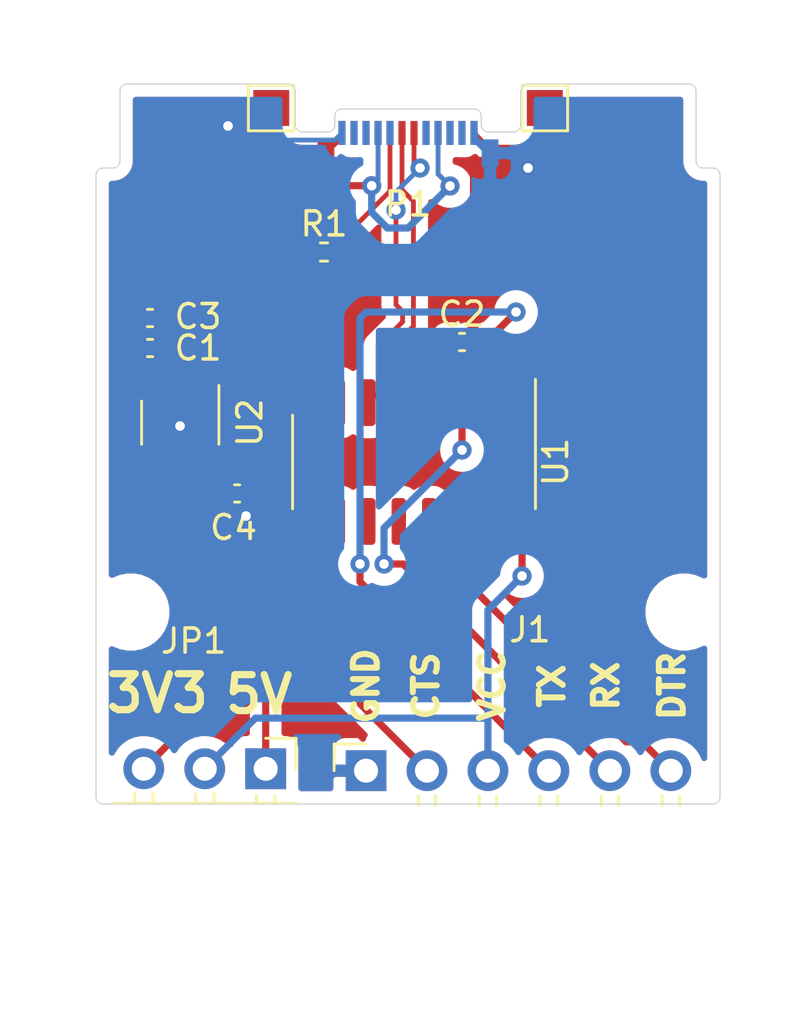
<source format=kicad_pcb>
(kicad_pcb (version 20171130) (host pcbnew "(5.1.10)-1")

  (general
    (thickness 0.8)
    (drawings 33)
    (tracks 106)
    (zones 0)
    (modules 14)
    (nets 23)
  )

  (page A4)
  (layers
    (0 F.Cu signal)
    (31 B.Cu signal)
    (32 B.Adhes user)
    (33 F.Adhes user)
    (34 B.Paste user)
    (35 F.Paste user)
    (36 B.SilkS user)
    (37 F.SilkS user)
    (38 B.Mask user hide)
    (39 F.Mask user hide)
    (40 Dwgs.User user hide)
    (41 Cmts.User user)
    (42 Eco1.User user)
    (43 Eco2.User user)
    (44 Edge.Cuts user)
    (45 Margin user)
    (46 B.CrtYd user)
    (47 F.CrtYd user)
    (48 B.Fab user)
    (49 F.Fab user hide)
  )

  (setup
    (last_trace_width 0.25)
    (user_trace_width 0.2)
    (user_trace_width 0.3)
    (trace_clearance 0.2)
    (zone_clearance 0.508)
    (zone_45_only no)
    (trace_min 0.2)
    (via_size 0.8)
    (via_drill 0.4)
    (via_min_size 0.4)
    (via_min_drill 0.3)
    (uvia_size 0.3)
    (uvia_drill 0.1)
    (uvias_allowed no)
    (uvia_min_size 0.2)
    (uvia_min_drill 0.1)
    (edge_width 0.05)
    (segment_width 0.2)
    (pcb_text_width 0.3)
    (pcb_text_size 1.5 1.5)
    (mod_edge_width 0.12)
    (mod_text_size 1 1)
    (mod_text_width 0.15)
    (pad_size 0.3 1)
    (pad_drill 0)
    (pad_to_mask_clearance 0)
    (aux_axis_origin 0 0)
    (visible_elements 7FFFFFFF)
    (pcbplotparams
      (layerselection 0x010fc_ffffffff)
      (usegerberextensions false)
      (usegerberattributes true)
      (usegerberadvancedattributes true)
      (creategerberjobfile true)
      (excludeedgelayer true)
      (linewidth 0.100000)
      (plotframeref false)
      (viasonmask false)
      (mode 1)
      (useauxorigin false)
      (hpglpennumber 1)
      (hpglpenspeed 20)
      (hpglpendiameter 15.000000)
      (psnegative false)
      (psa4output false)
      (plotreference true)
      (plotvalue true)
      (plotinvisibletext false)
      (padsonsilk false)
      (subtractmaskfromsilk false)
      (outputformat 1)
      (mirror false)
      (drillshape 0)
      (scaleselection 1)
      (outputdirectory "C:/Users/Josh/Documents/ExpansionCards-main/Design Files/Complete Design Files/USB-C to TTL UART/Gerbers/"))
  )

  (net 0 "")
  (net 1 Earth)
  (net 2 VCC)
  (net 3 DTR)
  (net 4 "Net-(P1-PadA5)")
  (net 5 "Net-(P1-PadB5)")
  (net 6 "Net-(U1-Pad7)")
  (net 7 "Net-(U1-Pad8)")
  (net 8 "Net-(U1-Pad10)")
  (net 9 "Net-(U1-Pad11)")
  (net 10 "Net-(U1-Pad12)")
  (net 11 "Net-(U1-Pad14)")
  (net 12 "Net-(U1-Pad15)")
  (net 13 D+)
  (net 14 D-)
  (net 15 3V3)
  (net 16 RXI)
  (net 17 CTS)
  (net 18 TXO)
  (net 19 "Net-(U2-Pad4)")
  (net 20 5V)
  (net 21 "Net-(C2-Pad1)")
  (net 22 "Net-(U1-Pad1)")

  (net_class Default "This is the default net class."
    (clearance 0.2)
    (trace_width 0.25)
    (via_dia 0.8)
    (via_drill 0.4)
    (uvia_dia 0.3)
    (uvia_drill 0.1)
    (add_net 3V3)
    (add_net 5V)
    (add_net CTS)
    (add_net D+)
    (add_net D-)
    (add_net DTR)
    (add_net Earth)
    (add_net "Net-(C2-Pad1)")
    (add_net "Net-(P1-PadA5)")
    (add_net "Net-(P1-PadB5)")
    (add_net "Net-(U1-Pad1)")
    (add_net "Net-(U1-Pad10)")
    (add_net "Net-(U1-Pad11)")
    (add_net "Net-(U1-Pad12)")
    (add_net "Net-(U1-Pad14)")
    (add_net "Net-(U1-Pad15)")
    (add_net "Net-(U1-Pad7)")
    (add_net "Net-(U1-Pad8)")
    (add_net "Net-(U2-Pad4)")
    (add_net RXI)
    (add_net TXO)
    (add_net VCC)
  )

  (module TestPoint:TestPoint_Pad_1.5x1.5mm (layer F.Cu) (tedit 5A0F774F) (tstamp 6290E078)
    (at 137.55 89)
    (descr "SMD rectangular pad as test Point, square 1.5mm side length")
    (tags "test point SMD pad rectangle square")
    (path /60A3AF50)
    (attr virtual)
    (fp_text reference TP1 (at 0 -1.648) (layer F.SilkS) hide
      (effects (font (size 1 1) (thickness 0.15)))
    )
    (fp_text value TestPoint (at 0.066 -2.778) (layer F.Fab)
      (effects (font (size 0.5 0.5) (thickness 0.075)))
    )
    (fp_line (start 1.25 1.25) (end -1.25 1.25) (layer F.CrtYd) (width 0.05))
    (fp_line (start 1.25 1.25) (end 1.25 -1.25) (layer F.CrtYd) (width 0.05))
    (fp_line (start -1.25 -1.25) (end -1.25 1.25) (layer F.CrtYd) (width 0.05))
    (fp_line (start -1.25 -1.25) (end 1.25 -1.25) (layer F.CrtYd) (width 0.05))
    (fp_line (start -0.95 0.95) (end -0.95 -0.95) (layer F.SilkS) (width 0.12))
    (fp_line (start 0.95 0.95) (end -0.95 0.95) (layer F.SilkS) (width 0.12))
    (fp_line (start 0.95 -0.95) (end 0.95 0.95) (layer F.SilkS) (width 0.12))
    (fp_line (start -0.95 -0.95) (end 0.95 -0.95) (layer F.SilkS) (width 0.12))
    (fp_text user %R (at 0.066 0.016) (layer F.Fab)
      (effects (font (size 0.5 0.5) (thickness 0.075)))
    )
    (pad 1 smd rect (at 0 0) (size 1.5 1.5) (layers F.Cu F.Mask))
  )

  (module TestPoint:TestPoint_Pad_1.5x1.5mm (layer F.Cu) (tedit 5A0F774F) (tstamp 6290E06B)
    (at 148.95 89)
    (descr "SMD rectangular pad as test Point, square 1.5mm side length")
    (tags "test point SMD pad rectangle square")
    (path /60A9B29C)
    (attr virtual)
    (fp_text reference TP3 (at 0 -1.648) (layer F.SilkS) hide
      (effects (font (size 1 1) (thickness 0.15)))
    )
    (fp_text value TestPoint (at 0 -2.778) (layer F.Fab)
      (effects (font (size 0.5 0.5) (thickness 0.075)))
    )
    (fp_line (start 1.25 1.25) (end -1.25 1.25) (layer F.CrtYd) (width 0.05))
    (fp_line (start 1.25 1.25) (end 1.25 -1.25) (layer F.CrtYd) (width 0.05))
    (fp_line (start -1.25 -1.25) (end -1.25 1.25) (layer F.CrtYd) (width 0.05))
    (fp_line (start -1.25 -1.25) (end 1.25 -1.25) (layer F.CrtYd) (width 0.05))
    (fp_line (start -0.95 0.95) (end -0.95 -0.95) (layer F.SilkS) (width 0.12))
    (fp_line (start 0.95 0.95) (end -0.95 0.95) (layer F.SilkS) (width 0.12))
    (fp_line (start 0.95 -0.95) (end 0.95 0.95) (layer F.SilkS) (width 0.12))
    (fp_line (start -0.95 -0.95) (end 0.95 -0.95) (layer F.SilkS) (width 0.12))
    (fp_text user %R (at 0 0.016) (layer F.Fab)
      (effects (font (size 0.5 0.5) (thickness 0.075)))
    )
    (pad 1 smd rect (at 0 0) (size 1.5 1.5) (layers F.Cu F.Mask))
  )

  (module MountingHole:MountingHole_2.2mm_M2 (layer F.Cu) (tedit 56D1B4CB) (tstamp 6271ED2A)
    (at 154.75 110)
    (descr "Mounting Hole 2.2mm, no annular, M2")
    (tags "mounting hole 2.2mm no annular m2")
    (path /5FDB2FCE)
    (attr virtual)
    (fp_text reference H2 (at 0.0125 -1.974) (layer F.SilkS) hide
      (effects (font (size 0.5842 0.5842) (thickness 0.1016)))
    )
    (fp_text value MountingHole (at 0 3.2) (layer F.Fab)
      (effects (font (size 1 1) (thickness 0.15)))
    )
    (fp_circle (center 0 0) (end 2.45 0) (layer F.CrtYd) (width 0.05))
    (fp_circle (center 0 0) (end 2.2 0) (layer Cmts.User) (width 0.15))
    (fp_text user %R (at 0.3 0) (layer F.Fab)
      (effects (font (size 1 1) (thickness 0.15)))
    )
    (pad 1 np_thru_hole circle (at 0 0) (size 2.2 2.2) (drill 2.2) (layers *.Cu *.Mask))
  )

  (module MountingHole:MountingHole_2.2mm_M2 (layer F.Cu) (tedit 56D1B4CB) (tstamp 6271ED23)
    (at 131.7 110)
    (descr "Mounting Hole 2.2mm, no annular, M2")
    (tags "mounting hole 2.2mm no annular m2")
    (path /5FDB1A76)
    (attr virtual)
    (fp_text reference H1 (at 0.0225 -1.974) (layer F.SilkS) hide
      (effects (font (size 0.5842 0.5842) (thickness 0.1016)))
    )
    (fp_text value MountingHole (at 0 3.2) (layer F.Fab)
      (effects (font (size 1 1) (thickness 0.15)))
    )
    (fp_circle (center 0 0) (end 2.45 0) (layer F.CrtYd) (width 0.05))
    (fp_circle (center 0 0) (end 2.2 0) (layer Cmts.User) (width 0.15))
    (fp_text user %R (at 0.3 0) (layer F.Fab)
      (effects (font (size 1 1) (thickness 0.15)))
    )
    (pad 1 np_thru_hole circle (at 0 0) (size 2.2 2.2) (drill 2.2) (layers *.Cu *.Mask))
  )

  (module Connector_PinHeader_2.54mm:PinHeader_1x03_P2.54mm_Horizontal (layer F.Cu) (tedit 62668371) (tstamp 626695F8)
    (at 137.32 116.53 270)
    (descr "Through hole angled pin header, 1x03, 2.54mm pitch, 6mm pin length, single row")
    (tags "Through hole angled pin header THT 1x03 2.54mm single row")
    (path /6267E724)
    (fp_text reference JP1 (at -5.32 3) (layer F.SilkS)
      (effects (font (size 1 1) (thickness 0.15)))
    )
    (fp_text value Jumper_3_Open (at 4.385 7.35 270) (layer F.Fab)
      (effects (font (size 1 1) (thickness 0.15)))
    )
    (fp_line (start 10.55 -1.8) (end -1.8 -1.8) (layer F.CrtYd) (width 0.05))
    (fp_line (start -1.8 6.85) (end 10.55 6.85) (layer F.CrtYd) (width 0.05))
    (fp_line (start -1.8 -1.8) (end -1.8 6.85) (layer F.CrtYd) (width 0.05))
    (fp_line (start -1.27 -1.27) (end 0 -1.27) (layer F.SilkS) (width 0.12))
    (fp_line (start -1.27 0) (end -1.27 -1.27) (layer F.SilkS) (width 0.12))
    (fp_line (start 1.042929 5.46) (end 1.44 5.46) (layer F.SilkS) (width 0.12))
    (fp_line (start 1.042929 4.7) (end 1.44 4.7) (layer F.SilkS) (width 0.12))
    (fp_line (start 1.042929 2.92) (end 1.44 2.92) (layer F.SilkS) (width 0.12))
    (fp_line (start 1.042929 2.16) (end 1.44 2.16) (layer F.SilkS) (width 0.12))
    (fp_line (start 1.11 0.38) (end 1.44 0.38) (layer F.SilkS) (width 0.12))
    (fp_line (start 1.11 -0.38) (end 1.44 -0.38) (layer F.SilkS) (width 0.12))
    (fp_line (start 1.44 -1.33) (end 1.44 6.41) (layer F.SilkS) (width 0.12))
    (fp_line (start -0.32 5.4) (end 1.5 5.4) (layer F.Fab) (width 0.1))
    (fp_line (start -0.32 4.76) (end -0.32 5.4) (layer F.Fab) (width 0.1))
    (fp_line (start -0.32 4.76) (end 1.5 4.76) (layer F.Fab) (width 0.1))
    (fp_line (start -0.32 2.86) (end 1.5 2.86) (layer F.Fab) (width 0.1))
    (fp_line (start -0.32 2.22) (end -0.32 2.86) (layer F.Fab) (width 0.1))
    (fp_line (start -0.32 2.22) (end 1.5 2.22) (layer F.Fab) (width 0.1))
    (fp_line (start -0.32 0.32) (end 1.5 0.32) (layer F.Fab) (width 0.1))
    (fp_line (start -0.32 -0.32) (end -0.32 0.32) (layer F.Fab) (width 0.1))
    (fp_line (start -0.32 -0.32) (end 1.5 -0.32) (layer F.Fab) (width 0.1))
    (fp_line (start 1.5 -0.635) (end 2.135 -1.27) (layer F.Fab) (width 0.1))
    (fp_line (start 1.5 6.35) (end 1.5 -0.635) (layer F.Fab) (width 0.1))
    (fp_line (start 4.04 6.35) (end 1.5 6.35) (layer F.Fab) (width 0.1))
    (fp_text user %R (at 2.77 2.54) (layer F.Fab)
      (effects (font (size 1 1) (thickness 0.15)))
    )
    (pad 3 thru_hole oval (at 0 5.08 270) (size 1.7 1.7) (drill 1) (layers *.Cu *.Mask)
      (net 15 3V3))
    (pad 2 thru_hole oval (at 0 2.54 270) (size 1.7 1.7) (drill 1) (layers *.Cu *.Mask)
      (net 2 VCC))
    (pad 1 thru_hole rect (at 0 0 270) (size 1.7 1.7) (drill 1) (layers *.Cu *.Mask)
      (net 20 5V))
    (model ${KISYS3DMOD}/Connector_PinHeader_2.54mm.3dshapes/PinHeader_1x03_P2.54mm_Horizontal.wrl
      (at (xyz 0 0 0))
      (scale (xyz 1 1 1))
      (rotate (xyz 0 0 0))
    )
  )

  (module Connector_PinSocket_2.54mm:PinSocket_1x06_P2.54mm_Horizontal (layer F.Cu) (tedit 62668350) (tstamp 62668437)
    (at 141.5 116.61 90)
    (descr "Through hole angled socket strip, 1x06, 2.54mm pitch, 8.51mm socket length, single row (from Kicad 4.0.7), script generated")
    (tags "Through hole angled socket strip THT 1x06 2.54mm single row")
    (path /6267BA96)
    (fp_text reference J1 (at 5.87 6.83 180) (layer F.SilkS)
      (effects (font (size 1 1) (thickness 0.15)))
    )
    (fp_text value Conn_01x06_Female (at -4.38 15.47 90) (layer F.Fab)
      (effects (font (size 1 1) (thickness 0.15)))
    )
    (fp_line (start 0 -0.3) (end -1.52 -0.3) (layer F.Fab) (width 0.1))
    (fp_line (start -1.52 0.3) (end 0 0.3) (layer F.Fab) (width 0.1))
    (fp_line (start 0 0.3) (end 0 -0.3) (layer F.Fab) (width 0.1))
    (fp_line (start 0 2.24) (end -1.52 2.24) (layer F.Fab) (width 0.1))
    (fp_line (start -1.52 2.84) (end 0 2.84) (layer F.Fab) (width 0.1))
    (fp_line (start 0 2.84) (end 0 2.24) (layer F.Fab) (width 0.1))
    (fp_line (start 0 4.78) (end -1.52 4.78) (layer F.Fab) (width 0.1))
    (fp_line (start -1.52 5.38) (end 0 5.38) (layer F.Fab) (width 0.1))
    (fp_line (start 0 5.38) (end 0 4.78) (layer F.Fab) (width 0.1))
    (fp_line (start 0 7.32) (end -1.52 7.32) (layer F.Fab) (width 0.1))
    (fp_line (start -1.52 7.92) (end 0 7.92) (layer F.Fab) (width 0.1))
    (fp_line (start 0 7.92) (end 0 7.32) (layer F.Fab) (width 0.1))
    (fp_line (start 0 9.86) (end -1.52 9.86) (layer F.Fab) (width 0.1))
    (fp_line (start -1.52 10.46) (end 0 10.46) (layer F.Fab) (width 0.1))
    (fp_line (start 0 10.46) (end 0 9.86) (layer F.Fab) (width 0.1))
    (fp_line (start 0 12.4) (end -1.52 12.4) (layer F.Fab) (width 0.1))
    (fp_line (start -1.52 13) (end 0 13) (layer F.Fab) (width 0.1))
    (fp_line (start 0 13) (end 0 12.4) (layer F.Fab) (width 0.1))
    (fp_line (start -1.46 2.18) (end -1.05 2.18) (layer F.SilkS) (width 0.12))
    (fp_line (start -1.46 2.9) (end -1.05 2.9) (layer F.SilkS) (width 0.12))
    (fp_line (start -1.46 4.72) (end -1.05 4.72) (layer F.SilkS) (width 0.12))
    (fp_line (start -1.46 5.44) (end -1.05 5.44) (layer F.SilkS) (width 0.12))
    (fp_line (start -1.46 7.26) (end -1.05 7.26) (layer F.SilkS) (width 0.12))
    (fp_line (start -1.46 7.98) (end -1.05 7.98) (layer F.SilkS) (width 0.12))
    (fp_line (start -1.46 9.8) (end -1.05 9.8) (layer F.SilkS) (width 0.12))
    (fp_line (start -1.46 10.52) (end -1.05 10.52) (layer F.SilkS) (width 0.12))
    (fp_line (start -1.46 12.34) (end -1.05 12.34) (layer F.SilkS) (width 0.12))
    (fp_line (start -1.46 13.06) (end -1.05 13.06) (layer F.SilkS) (width 0.12))
    (fp_line (start 1.11 -1.33) (end 1.11 0) (layer F.SilkS) (width 0.12))
    (fp_line (start 0 -1.33) (end 1.11 -1.33) (layer F.SilkS) (width 0.12))
    (fp_line (start 1.75 -1.8) (end -10.55 -1.8) (layer F.CrtYd) (width 0.05))
    (fp_line (start -10.55 14.45) (end 1.75 14.45) (layer F.CrtYd) (width 0.05))
    (fp_line (start 1.75 14.45) (end 1.75 -1.8) (layer F.CrtYd) (width 0.05))
    (pad 1 thru_hole rect (at 0 0 90) (size 1.7 1.7) (drill 1) (layers *.Cu *.Mask)
      (net 1 Earth))
    (pad 2 thru_hole oval (at 0 2.54 90) (size 1.7 1.7) (drill 1) (layers *.Cu *.Mask)
      (net 17 CTS))
    (pad 3 thru_hole oval (at 0 5.08 90) (size 1.7 1.7) (drill 1) (layers *.Cu *.Mask)
      (net 2 VCC))
    (pad 4 thru_hole oval (at 0 7.62 90) (size 1.7 1.7) (drill 1) (layers *.Cu *.Mask)
      (net 18 TXO))
    (pad 5 thru_hole oval (at 0 10.16 90) (size 1.7 1.7) (drill 1) (layers *.Cu *.Mask)
      (net 16 RXI))
    (pad 6 thru_hole oval (at 0 12.7 90) (size 1.7 1.7) (drill 1) (layers *.Cu *.Mask)
      (net 3 DTR))
    (model ${KISYS3DMOD}/Connector_PinSocket_2.54mm.3dshapes/PinSocket_1x06_P2.54mm_Horizontal.wrl
      (at (xyz 0 0 0))
      (scale (xyz 1 1 1))
      (rotate (xyz 0 0 0))
    )
  )

  (module Capacitor_SMD:C_0402_1005Metric (layer F.Cu) (tedit 5F68FEEE) (tstamp 626683A4)
    (at 132.5 99 180)
    (descr "Capacitor SMD 0402 (1005 Metric), square (rectangular) end terminal, IPC_7351 nominal, (Body size source: IPC-SM-782 page 76, https://www.pcb-3d.com/wordpress/wp-content/uploads/ipc-sm-782a_amendment_1_and_2.pdf), generated with kicad-footprint-generator")
    (tags capacitor)
    (path /626816BA)
    (attr smd)
    (fp_text reference C3 (at -2 1.31) (layer F.SilkS)
      (effects (font (size 1 1) (thickness 0.15)))
    )
    (fp_text value 1uF (at 0 1.16) (layer F.Fab)
      (effects (font (size 1 1) (thickness 0.15)))
    )
    (fp_line (start -0.5 0.25) (end -0.5 -0.25) (layer F.Fab) (width 0.1))
    (fp_line (start -0.5 -0.25) (end 0.5 -0.25) (layer F.Fab) (width 0.1))
    (fp_line (start 0.5 -0.25) (end 0.5 0.25) (layer F.Fab) (width 0.1))
    (fp_line (start 0.5 0.25) (end -0.5 0.25) (layer F.Fab) (width 0.1))
    (fp_line (start -0.107836 -0.36) (end 0.107836 -0.36) (layer F.SilkS) (width 0.12))
    (fp_line (start -0.107836 0.36) (end 0.107836 0.36) (layer F.SilkS) (width 0.12))
    (fp_line (start -0.91 0.46) (end -0.91 -0.46) (layer F.CrtYd) (width 0.05))
    (fp_line (start -0.91 -0.46) (end 0.91 -0.46) (layer F.CrtYd) (width 0.05))
    (fp_line (start 0.91 -0.46) (end 0.91 0.46) (layer F.CrtYd) (width 0.05))
    (fp_line (start 0.91 0.46) (end -0.91 0.46) (layer F.CrtYd) (width 0.05))
    (fp_text user %R (at 0 0) (layer F.Fab)
      (effects (font (size 0.25 0.25) (thickness 0.04)))
    )
    (pad 1 smd roundrect (at -0.48 0 180) (size 0.56 0.62) (layers F.Cu F.Paste F.Mask) (roundrect_rratio 0.25)
      (net 20 5V))
    (pad 2 smd roundrect (at 0.48 0 180) (size 0.56 0.62) (layers F.Cu F.Paste F.Mask) (roundrect_rratio 0.25)
      (net 1 Earth))
    (model ${KISYS3DMOD}/Capacitor_SMD.3dshapes/C_0402_1005Metric.wrl
      (at (xyz 0 0 0))
      (scale (xyz 1 1 1))
      (rotate (xyz 0 0 0))
    )
  )

  (module Capacitor_SMD:C_0402_1005Metric (layer F.Cu) (tedit 5F68FEEE) (tstamp 626683B5)
    (at 136.13 105.06)
    (descr "Capacitor SMD 0402 (1005 Metric), square (rectangular) end terminal, IPC_7351 nominal, (Body size source: IPC-SM-782 page 76, https://www.pcb-3d.com/wordpress/wp-content/uploads/ipc-sm-782a_amendment_1_and_2.pdf), generated with kicad-footprint-generator")
    (tags capacitor)
    (path /6268304F)
    (attr smd)
    (fp_text reference C4 (at -0.15 1.42) (layer F.SilkS)
      (effects (font (size 1 1) (thickness 0.15)))
    )
    (fp_text value 1uF (at 0 1.16) (layer F.Fab)
      (effects (font (size 1 1) (thickness 0.15)))
    )
    (fp_line (start 0.91 0.46) (end -0.91 0.46) (layer F.CrtYd) (width 0.05))
    (fp_line (start 0.91 -0.46) (end 0.91 0.46) (layer F.CrtYd) (width 0.05))
    (fp_line (start -0.91 -0.46) (end 0.91 -0.46) (layer F.CrtYd) (width 0.05))
    (fp_line (start -0.91 0.46) (end -0.91 -0.46) (layer F.CrtYd) (width 0.05))
    (fp_line (start -0.107836 0.36) (end 0.107836 0.36) (layer F.SilkS) (width 0.12))
    (fp_line (start -0.107836 -0.36) (end 0.107836 -0.36) (layer F.SilkS) (width 0.12))
    (fp_line (start 0.5 0.25) (end -0.5 0.25) (layer F.Fab) (width 0.1))
    (fp_line (start 0.5 -0.25) (end 0.5 0.25) (layer F.Fab) (width 0.1))
    (fp_line (start -0.5 -0.25) (end 0.5 -0.25) (layer F.Fab) (width 0.1))
    (fp_line (start -0.5 0.25) (end -0.5 -0.25) (layer F.Fab) (width 0.1))
    (fp_text user %R (at 0 0) (layer F.Fab)
      (effects (font (size 0.25 0.25) (thickness 0.04)))
    )
    (pad 2 smd roundrect (at 0.48 0) (size 0.56 0.62) (layers F.Cu F.Paste F.Mask) (roundrect_rratio 0.25)
      (net 1 Earth))
    (pad 1 smd roundrect (at -0.48 0) (size 0.56 0.62) (layers F.Cu F.Paste F.Mask) (roundrect_rratio 0.25)
      (net 15 3V3))
    (model ${KISYS3DMOD}/Capacitor_SMD.3dshapes/C_0402_1005Metric.wrl
      (at (xyz 0 0 0))
      (scale (xyz 1 1 1))
      (rotate (xyz 0 0 0))
    )
  )

  (module Package_TO_SOT_SMD:SOT-23-5 (layer F.Cu) (tedit 5A02FF57) (tstamp 626684C8)
    (at 133.76 102.11 270)
    (descr "5-pin SOT23 package")
    (tags SOT-23-5)
    (path /6267FE0F)
    (attr smd)
    (fp_text reference U2 (at 0 -2.9 90) (layer F.SilkS)
      (effects (font (size 1 1) (thickness 0.15)))
    )
    (fp_text value AP2112K-3.3 (at 0 2.9 90) (layer F.Fab)
      (effects (font (size 1 1) (thickness 0.15)))
    )
    (fp_line (start -0.9 1.61) (end 0.9 1.61) (layer F.SilkS) (width 0.12))
    (fp_line (start 0.9 -1.61) (end -1.55 -1.61) (layer F.SilkS) (width 0.12))
    (fp_line (start -1.9 -1.8) (end 1.9 -1.8) (layer F.CrtYd) (width 0.05))
    (fp_line (start 1.9 -1.8) (end 1.9 1.8) (layer F.CrtYd) (width 0.05))
    (fp_line (start 1.9 1.8) (end -1.9 1.8) (layer F.CrtYd) (width 0.05))
    (fp_line (start -1.9 1.8) (end -1.9 -1.8) (layer F.CrtYd) (width 0.05))
    (fp_line (start -0.9 -0.9) (end -0.25 -1.55) (layer F.Fab) (width 0.1))
    (fp_line (start 0.9 -1.55) (end -0.25 -1.55) (layer F.Fab) (width 0.1))
    (fp_line (start -0.9 -0.9) (end -0.9 1.55) (layer F.Fab) (width 0.1))
    (fp_line (start 0.9 1.55) (end -0.9 1.55) (layer F.Fab) (width 0.1))
    (fp_line (start 0.9 -1.55) (end 0.9 1.55) (layer F.Fab) (width 0.1))
    (fp_text user %R (at 0 0) (layer F.Fab)
      (effects (font (size 0.5 0.5) (thickness 0.075)))
    )
    (pad 1 smd rect (at -1.1 -0.95 270) (size 1.06 0.65) (layers F.Cu F.Paste F.Mask)
      (net 20 5V))
    (pad 2 smd rect (at -1.1 0 270) (size 1.06 0.65) (layers F.Cu F.Paste F.Mask)
      (net 1 Earth))
    (pad 3 smd rect (at -1.1 0.95 270) (size 1.06 0.65) (layers F.Cu F.Paste F.Mask)
      (net 20 5V))
    (pad 4 smd rect (at 1.1 0.95 270) (size 1.06 0.65) (layers F.Cu F.Paste F.Mask)
      (net 19 "Net-(U2-Pad4)"))
    (pad 5 smd rect (at 1.1 -0.95 270) (size 1.06 0.65) (layers F.Cu F.Paste F.Mask)
      (net 15 3V3))
    (model ${KISYS3DMOD}/Package_TO_SOT_SMD.3dshapes/SOT-23-5.wrl
      (at (xyz 0 0 0))
      (scale (xyz 1 1 1))
      (rotate (xyz 0 0 0))
    )
  )

  (module Resistor_SMD:R_0402_1005Metric (layer F.Cu) (tedit 5F68FEEE) (tstamp 62668ADE)
    (at 139.75 95)
    (descr "Resistor SMD 0402 (1005 Metric), square (rectangular) end terminal, IPC_7351 nominal, (Body size source: IPC-SM-782 page 72, https://www.pcb-3d.com/wordpress/wp-content/uploads/ipc-sm-782a_amendment_1_and_2.pdf), generated with kicad-footprint-generator")
    (tags resistor)
    (path /6263D245)
    (attr smd)
    (fp_text reference R1 (at 0 -1.17) (layer F.SilkS)
      (effects (font (size 1 1) (thickness 0.15)))
    )
    (fp_text value 5.1k (at 0 1.17) (layer F.Fab)
      (effects (font (size 1 1) (thickness 0.15)))
    )
    (fp_line (start -0.525 0.27) (end -0.525 -0.27) (layer F.Fab) (width 0.1))
    (fp_line (start -0.525 -0.27) (end 0.525 -0.27) (layer F.Fab) (width 0.1))
    (fp_line (start 0.525 -0.27) (end 0.525 0.27) (layer F.Fab) (width 0.1))
    (fp_line (start 0.525 0.27) (end -0.525 0.27) (layer F.Fab) (width 0.1))
    (fp_line (start -0.153641 -0.38) (end 0.153641 -0.38) (layer F.SilkS) (width 0.12))
    (fp_line (start -0.153641 0.38) (end 0.153641 0.38) (layer F.SilkS) (width 0.12))
    (fp_line (start -0.93 0.47) (end -0.93 -0.47) (layer F.CrtYd) (width 0.05))
    (fp_line (start -0.93 -0.47) (end 0.93 -0.47) (layer F.CrtYd) (width 0.05))
    (fp_line (start 0.93 -0.47) (end 0.93 0.47) (layer F.CrtYd) (width 0.05))
    (fp_line (start 0.93 0.47) (end -0.93 0.47) (layer F.CrtYd) (width 0.05))
    (fp_text user %R (at 0 0) (layer F.Fab)
      (effects (font (size 0.26 0.26) (thickness 0.04)))
    )
    (pad 1 smd roundrect (at -0.51 0) (size 0.54 0.64) (layers F.Cu F.Paste F.Mask) (roundrect_rratio 0.25)
      (net 1 Earth))
    (pad 2 smd roundrect (at 0.51 0) (size 0.54 0.64) (layers F.Cu F.Paste F.Mask) (roundrect_rratio 0.25)
      (net 4 "Net-(P1-PadA5)"))
    (model ${KISYS3DMOD}/Resistor_SMD.3dshapes/R_0402_1005Metric.wrl
      (at (xyz 0 0 0))
      (scale (xyz 1 1 1))
      (rotate (xyz 0 0 0))
    )
  )

  (module Capacitor_SMD:C_0402_1005Metric (layer F.Cu) (tedit 5F68FEEE) (tstamp 6290DC17)
    (at 132.5 97.75 180)
    (descr "Capacitor SMD 0402 (1005 Metric), square (rectangular) end terminal, IPC_7351 nominal, (Body size source: IPC-SM-782 page 76, https://www.pcb-3d.com/wordpress/wp-content/uploads/ipc-sm-782a_amendment_1_and_2.pdf), generated with kicad-footprint-generator")
    (tags capacitor)
    (path /6290C98C)
    (attr smd)
    (fp_text reference C1 (at -2 -1.25) (layer F.SilkS)
      (effects (font (size 1 1) (thickness 0.15)))
    )
    (fp_text value 0.1uF (at 0 1.16) (layer F.Fab)
      (effects (font (size 1 1) (thickness 0.15)))
    )
    (fp_line (start -0.5 0.25) (end -0.5 -0.25) (layer F.Fab) (width 0.1))
    (fp_line (start -0.5 -0.25) (end 0.5 -0.25) (layer F.Fab) (width 0.1))
    (fp_line (start 0.5 -0.25) (end 0.5 0.25) (layer F.Fab) (width 0.1))
    (fp_line (start 0.5 0.25) (end -0.5 0.25) (layer F.Fab) (width 0.1))
    (fp_line (start -0.107836 -0.36) (end 0.107836 -0.36) (layer F.SilkS) (width 0.12))
    (fp_line (start -0.107836 0.36) (end 0.107836 0.36) (layer F.SilkS) (width 0.12))
    (fp_line (start -0.91 0.46) (end -0.91 -0.46) (layer F.CrtYd) (width 0.05))
    (fp_line (start -0.91 -0.46) (end 0.91 -0.46) (layer F.CrtYd) (width 0.05))
    (fp_line (start 0.91 -0.46) (end 0.91 0.46) (layer F.CrtYd) (width 0.05))
    (fp_line (start 0.91 0.46) (end -0.91 0.46) (layer F.CrtYd) (width 0.05))
    (fp_text user %R (at 0 0) (layer F.Fab)
      (effects (font (size 0.25 0.25) (thickness 0.04)))
    )
    (pad 1 smd roundrect (at -0.48 0 180) (size 0.56 0.62) (layers F.Cu F.Paste F.Mask) (roundrect_rratio 0.25)
      (net 20 5V))
    (pad 2 smd roundrect (at 0.48 0 180) (size 0.56 0.62) (layers F.Cu F.Paste F.Mask) (roundrect_rratio 0.25)
      (net 1 Earth))
    (model ${KISYS3DMOD}/Capacitor_SMD.3dshapes/C_0402_1005Metric.wrl
      (at (xyz 0 0 0))
      (scale (xyz 1 1 1))
      (rotate (xyz 0 0 0))
    )
  )

  (module Capacitor_SMD:C_0402_1005Metric (layer F.Cu) (tedit 5F68FEEE) (tstamp 6290DC28)
    (at 145.5 98.75)
    (descr "Capacitor SMD 0402 (1005 Metric), square (rectangular) end terminal, IPC_7351 nominal, (Body size source: IPC-SM-782 page 76, https://www.pcb-3d.com/wordpress/wp-content/uploads/ipc-sm-782a_amendment_1_and_2.pdf), generated with kicad-footprint-generator")
    (tags capacitor)
    (path /6290F248)
    (attr smd)
    (fp_text reference C2 (at 0 -1.16) (layer F.SilkS)
      (effects (font (size 1 1) (thickness 0.15)))
    )
    (fp_text value 10nF (at 0 1.16) (layer F.Fab)
      (effects (font (size 1 1) (thickness 0.15)))
    )
    (fp_line (start 0.91 0.46) (end -0.91 0.46) (layer F.CrtYd) (width 0.05))
    (fp_line (start 0.91 -0.46) (end 0.91 0.46) (layer F.CrtYd) (width 0.05))
    (fp_line (start -0.91 -0.46) (end 0.91 -0.46) (layer F.CrtYd) (width 0.05))
    (fp_line (start -0.91 0.46) (end -0.91 -0.46) (layer F.CrtYd) (width 0.05))
    (fp_line (start -0.107836 0.36) (end 0.107836 0.36) (layer F.SilkS) (width 0.12))
    (fp_line (start -0.107836 -0.36) (end 0.107836 -0.36) (layer F.SilkS) (width 0.12))
    (fp_line (start 0.5 0.25) (end -0.5 0.25) (layer F.Fab) (width 0.1))
    (fp_line (start 0.5 -0.25) (end 0.5 0.25) (layer F.Fab) (width 0.1))
    (fp_line (start -0.5 -0.25) (end 0.5 -0.25) (layer F.Fab) (width 0.1))
    (fp_line (start -0.5 0.25) (end -0.5 -0.25) (layer F.Fab) (width 0.1))
    (fp_text user %R (at 0 0) (layer F.Fab)
      (effects (font (size 0.25 0.25) (thickness 0.04)))
    )
    (pad 2 smd roundrect (at 0.48 0) (size 0.56 0.62) (layers F.Cu F.Paste F.Mask) (roundrect_rratio 0.25)
      (net 1 Earth))
    (pad 1 smd roundrect (at -0.48 0) (size 0.56 0.62) (layers F.Cu F.Paste F.Mask) (roundrect_rratio 0.25)
      (net 21 "Net-(C2-Pad1)"))
    (model ${KISYS3DMOD}/Capacitor_SMD.3dshapes/C_0402_1005Metric.wrl
      (at (xyz 0 0 0))
      (scale (xyz 1 1 1))
      (rotate (xyz 0 0 0))
    )
  )

  (module Expansion_Card:USB_C_Plug_Molex_105444 (layer F.Cu) (tedit 62909FC2) (tstamp 6290DC29)
    (at 143.25 90)
    (descr "Universal Serial Bus (USB) Shielded I/O Plug, Type C, Right Angle, Surface Mount, http://www.molex.com/pdm_docs/sd/1054440001_sd.pdf")
    (tags "USB Type-C Plug Edge Mount")
    (path /6263BD3D)
    (attr smd)
    (fp_text reference P1 (at 0 3) (layer F.SilkS)
      (effects (font (size 1 1) (thickness 0.15)))
    )
    (fp_text value USB_C_Plug_USB2.0 (at 0 -1.96) (layer F.Fab)
      (effects (font (size 1 1) (thickness 0.15)))
    )
    (fp_line (start -4.3 1.96) (end -4.3 -1.46) (layer F.CrtYd) (width 0.05))
    (fp_line (start 3.35 0) (end 4.3 0) (layer Eco1.User) (width 0.1))
    (fp_line (start 3.05 -0.66) (end 3.05 -0.3) (layer Eco1.User) (width 0.1))
    (fp_line (start -2.75 -0.96) (end 2.75 -0.96) (layer Eco1.User) (width 0.1))
    (fp_line (start -3.05 -0.66) (end -3.05 -0.3) (layer Eco1.User) (width 0.1))
    (fp_line (start -3.35 0) (end -4.3 0) (layer Eco1.User) (width 0.1))
    (fp_line (start 3.35 0) (end 4.3 0) (layer Edge.Cuts) (width 0.05))
    (fp_line (start 3.05 -0.66) (end 3.05 -0.3) (layer Edge.Cuts) (width 0.05))
    (fp_line (start -2.75 -0.96) (end 2.75 -0.96) (layer Edge.Cuts) (width 0.05))
    (fp_line (start -3.05 -0.66) (end -3.05 -0.3) (layer Edge.Cuts) (width 0.05))
    (fp_line (start -3.35 0) (end -4.3 0) (layer Edge.Cuts) (width 0.05))
    (fp_line (start 4.3 1.96) (end 4.3 -1.46) (layer F.CrtYd) (width 0.05))
    (fp_line (start 4.3 -1.46) (end -4.3 -1.46) (layer F.CrtYd) (width 0.05))
    (fp_line (start 4.3 1.96) (end -4.3 1.96) (layer F.CrtYd) (width 0.05))
    (fp_arc (start -3.35 -0.3) (end -3.05 -0.3) (angle 90) (layer Eco1.User) (width 0.1))
    (fp_arc (start 3.35 -0.3) (end 3.35 0) (angle 90) (layer Eco1.User) (width 0.1))
    (fp_arc (start -2.75 -0.66) (end -3.05 -0.66) (angle 90) (layer Eco1.User) (width 0.1))
    (fp_arc (start 2.75 -0.66) (end 2.75 -0.96) (angle 90) (layer Eco1.User) (width 0.1))
    (fp_arc (start -3.35 -0.3) (end -3.05 -0.3) (angle 90) (layer Edge.Cuts) (width 0.05))
    (fp_arc (start 3.35 -0.3) (end 3.35 0) (angle 90) (layer Edge.Cuts) (width 0.05))
    (fp_arc (start -2.75 -0.66) (end -3.05 -0.66) (angle 90) (layer Edge.Cuts) (width 0.05))
    (fp_arc (start 2.75 -0.66) (end 2.75 -0.96) (angle 90) (layer Edge.Cuts) (width 0.05))
    (fp_text user "PCB Edge" (at 0 -0.96) (layer Dwgs.User)
      (effects (font (size 0.5 0.5) (thickness 0.08)))
    )
    (fp_text user %R (at 0 2.04) (layer F.Fab)
      (effects (font (size 1 1) (thickness 0.1)))
    )
    (pad B12 smd rect (at -2.75 0.04) (size 0.3 1) (layers B.Cu B.Paste B.Mask)
      (net 1 Earth))
    (pad B11 smd rect (at -2.25 0.04) (size 0.3 1) (layers B.Cu B.Paste B.Mask))
    (pad B10 smd rect (at -1.75 0.04) (size 0.3 1) (layers B.Cu B.Paste B.Mask))
    (pad B9 smd rect (at -1.25 0.04) (size 0.3 1) (layers B.Cu B.Paste B.Mask)
      (net 20 5V))
    (pad B8 smd rect (at -0.75 0.04) (size 0.3 1) (layers B.Cu B.Paste B.Mask))
    (pad B5 smd rect (at 0.75 0.04) (size 0.3 1) (layers B.Cu B.Paste B.Mask)
      (net 5 "Net-(P1-PadB5)"))
    (pad B4 smd rect (at 1.25 0.04) (size 0.3 1) (layers B.Cu B.Paste B.Mask)
      (net 20 5V))
    (pad B3 smd rect (at 1.75 0.04) (size 0.3 1) (layers B.Cu B.Paste B.Mask))
    (pad B2 smd rect (at 2.25 0.04) (size 0.3 1) (layers B.Cu B.Paste B.Mask))
    (pad B1 smd rect (at 2.75 0.04) (size 0.3 1) (layers B.Cu B.Paste B.Mask)
      (net 1 Earth))
    (pad S1 smd rect (at 3.42 0.88) (size 0.7 1.15) (layers B.Cu B.Paste B.Mask)
      (net 1 Earth))
    (pad S1 smd rect (at -3.42 0.88) (size 0.7 1.15) (layers F.Cu F.Paste F.Mask)
      (net 1 Earth))
    (pad A12 smd rect (at 2.75 0.04) (size 0.3 1) (layers F.Cu F.Paste F.Mask)
      (net 1 Earth))
    (pad A11 smd rect (at 2.25 0.04) (size 0.3 1) (layers F.Cu F.Paste F.Mask))
    (pad A10 smd rect (at 1.75 0.04) (size 0.3 1) (layers F.Cu F.Paste F.Mask))
    (pad A9 smd rect (at 1.25 0.04) (size 0.3 1) (layers F.Cu F.Paste F.Mask)
      (net 20 5V))
    (pad A8 smd rect (at 0.75 0.04) (size 0.3 1) (layers F.Cu F.Paste F.Mask))
    (pad A7 smd rect (at 0.25 0.04) (size 0.3 1) (layers F.Cu F.Paste F.Mask)
      (net 14 D-))
    (pad A6 smd rect (at -0.25 0.04) (size 0.3 1) (layers F.Cu F.Paste F.Mask)
      (net 13 D+))
    (pad A5 smd rect (at -0.75 0.04) (size 0.3 1) (layers F.Cu F.Paste F.Mask)
      (net 4 "Net-(P1-PadA5)"))
    (pad A4 smd rect (at -1.25 0.04) (size 0.3 1) (layers F.Cu F.Paste F.Mask)
      (net 20 5V))
    (pad A3 smd rect (at -1.75 0.04) (size 0.3 1) (layers F.Cu F.Paste F.Mask))
    (pad A2 smd rect (at -2.25 0.04) (size 0.3 1) (layers F.Cu F.Paste F.Mask))
    (pad A1 smd rect (at -2.75 0.04) (size 0.3 1) (layers F.Cu F.Paste F.Mask)
      (net 1 Earth))
    (model ${KISYS3DMOD}/Connector_USB.3dshapes/USB_C_Plug_Molex_105444.wrl
      (at (xyz 0 0 0))
      (scale (xyz 1 1 1))
      (rotate (xyz 0 0 0))
    )
  )

  (module Package_SO:SOIC-16_3.9x9.9mm_P1.27mm (layer F.Cu) (tedit 5D9F72B1) (tstamp 6290E475)
    (at 143.5 103.75 270)
    (descr "SOIC, 16 Pin (JEDEC MS-012AC, https://www.analog.com/media/en/package-pcb-resources/package/pkg_pdf/soic_narrow-r/r_16.pdf), generated with kicad-footprint-generator ipc_gullwing_generator.py")
    (tags "SOIC SO")
    (path /6290D2D9)
    (attr smd)
    (fp_text reference U1 (at 0 -5.9 90) (layer F.SilkS)
      (effects (font (size 1 1) (thickness 0.15)))
    )
    (fp_text value CH340C (at 0 5.9 90) (layer F.Fab)
      (effects (font (size 1 1) (thickness 0.15)))
    )
    (fp_line (start 3.7 -5.2) (end -3.7 -5.2) (layer F.CrtYd) (width 0.05))
    (fp_line (start 3.7 5.2) (end 3.7 -5.2) (layer F.CrtYd) (width 0.05))
    (fp_line (start -3.7 5.2) (end 3.7 5.2) (layer F.CrtYd) (width 0.05))
    (fp_line (start -3.7 -5.2) (end -3.7 5.2) (layer F.CrtYd) (width 0.05))
    (fp_line (start -1.95 -3.975) (end -0.975 -4.95) (layer F.Fab) (width 0.1))
    (fp_line (start -1.95 4.95) (end -1.95 -3.975) (layer F.Fab) (width 0.1))
    (fp_line (start 1.95 4.95) (end -1.95 4.95) (layer F.Fab) (width 0.1))
    (fp_line (start 1.95 -4.95) (end 1.95 4.95) (layer F.Fab) (width 0.1))
    (fp_line (start -0.975 -4.95) (end 1.95 -4.95) (layer F.Fab) (width 0.1))
    (fp_line (start 0 -5.06) (end -3.45 -5.06) (layer F.SilkS) (width 0.12))
    (fp_line (start 0 -5.06) (end 1.95 -5.06) (layer F.SilkS) (width 0.12))
    (fp_line (start 0 5.06) (end -1.95 5.06) (layer F.SilkS) (width 0.12))
    (fp_line (start 0 5.06) (end 1.95 5.06) (layer F.SilkS) (width 0.12))
    (fp_text user %R (at 0 0 90) (layer F.Fab)
      (effects (font (size 0.98 0.98) (thickness 0.15)))
    )
    (pad 1 smd roundrect (at -2.475 -4.445 270) (size 1.95 0.6) (layers F.Cu F.Paste F.Mask) (roundrect_rratio 0.25)
      (net 22 "Net-(U1-Pad1)"))
    (pad 2 smd roundrect (at -2.475 -3.175 270) (size 1.95 0.6) (layers F.Cu F.Paste F.Mask) (roundrect_rratio 0.25)
      (net 18 TXO))
    (pad 3 smd roundrect (at -2.475 -1.905 270) (size 1.95 0.6) (layers F.Cu F.Paste F.Mask) (roundrect_rratio 0.25)
      (net 16 RXI))
    (pad 4 smd roundrect (at -2.475 -0.635 270) (size 1.95 0.6) (layers F.Cu F.Paste F.Mask) (roundrect_rratio 0.25)
      (net 21 "Net-(C2-Pad1)"))
    (pad 5 smd roundrect (at -2.475 0.635 270) (size 1.95 0.6) (layers F.Cu F.Paste F.Mask) (roundrect_rratio 0.25)
      (net 13 D+))
    (pad 6 smd roundrect (at -2.475 1.905 270) (size 1.95 0.6) (layers F.Cu F.Paste F.Mask) (roundrect_rratio 0.25)
      (net 14 D-))
    (pad 7 smd roundrect (at -2.475 3.175 270) (size 1.95 0.6) (layers F.Cu F.Paste F.Mask) (roundrect_rratio 0.25)
      (net 6 "Net-(U1-Pad7)"))
    (pad 8 smd roundrect (at -2.475 4.445 270) (size 1.95 0.6) (layers F.Cu F.Paste F.Mask) (roundrect_rratio 0.25)
      (net 7 "Net-(U1-Pad8)"))
    (pad 9 smd roundrect (at 2.475 4.445 270) (size 1.95 0.6) (layers F.Cu F.Paste F.Mask) (roundrect_rratio 0.25)
      (net 17 CTS))
    (pad 10 smd roundrect (at 2.475 3.175 270) (size 1.95 0.6) (layers F.Cu F.Paste F.Mask) (roundrect_rratio 0.25)
      (net 8 "Net-(U1-Pad10)"))
    (pad 11 smd roundrect (at 2.475 1.905 270) (size 1.95 0.6) (layers F.Cu F.Paste F.Mask) (roundrect_rratio 0.25)
      (net 9 "Net-(U1-Pad11)"))
    (pad 12 smd roundrect (at 2.475 0.635 270) (size 1.95 0.6) (layers F.Cu F.Paste F.Mask) (roundrect_rratio 0.25)
      (net 10 "Net-(U1-Pad12)"))
    (pad 13 smd roundrect (at 2.475 -0.635 270) (size 1.95 0.6) (layers F.Cu F.Paste F.Mask) (roundrect_rratio 0.25)
      (net 3 DTR))
    (pad 14 smd roundrect (at 2.475 -1.905 270) (size 1.95 0.6) (layers F.Cu F.Paste F.Mask) (roundrect_rratio 0.25)
      (net 11 "Net-(U1-Pad14)"))
    (pad 15 smd roundrect (at 2.475 -3.175 270) (size 1.95 0.6) (layers F.Cu F.Paste F.Mask) (roundrect_rratio 0.25)
      (net 12 "Net-(U1-Pad15)"))
    (pad 16 smd roundrect (at 2.475 -4.445 270) (size 1.95 0.6) (layers F.Cu F.Paste F.Mask) (roundrect_rratio 0.25)
      (net 2 VCC))
    (model ${KISYS3DMOD}/Package_SO.3dshapes/SOIC-16_3.9x9.9mm_P1.27mm.wrl
      (at (xyz 0 0 0))
      (scale (xyz 1 1 1))
      (rotate (xyz 0 0 0))
    )
  )

  (gr_line (start 138.25 88) (end 131.55 88) (layer Edge.Cuts) (width 0.05) (tstamp 6290E05C))
  (gr_line (start 148.25 88) (end 154.95 88) (layer Edge.Cuts) (width 0.05) (tstamp 6290E054))
  (gr_line (start 147.95 89.7) (end 147.95 88.3) (layer Edge.Cuts) (width 0.05) (tstamp 6290E051))
  (gr_line (start 147.55 90) (end 147.65 90) (layer Edge.Cuts) (width 0.05) (tstamp 6290E050))
  (gr_line (start 138.55 89.7) (end 138.55 88.3) (layer Edge.Cuts) (width 0.05) (tstamp 6290E04F))
  (gr_arc (start 148.25 88.3) (end 148.25 88) (angle -90) (layer Edge.Cuts) (width 0.05) (tstamp 6290E04E))
  (gr_arc (start 138.85 89.7) (end 138.55 89.7) (angle -90) (layer Edge.Cuts) (width 0.05) (tstamp 6290E04B))
  (gr_arc (start 147.65 89.7) (end 147.65 90) (angle -90) (layer Edge.Cuts) (width 0.05) (tstamp 6290E047))
  (gr_line (start 138.85 90) (end 138.95 90) (layer Edge.Cuts) (width 0.05) (tstamp 6290E046))
  (gr_arc (start 138.25 88.3) (end 138.55 88.3) (angle -90) (layer Edge.Cuts) (width 0.05) (tstamp 6290E044))
  (gr_arc (start 130.55 91.8) (end 130.25 91.8) (angle 90) (layer Edge.Cuts) (width 0.05) (tstamp 6271ED39))
  (gr_line (start 130.55 91.5) (end 130.95 91.5) (layer Edge.Cuts) (width 0.05) (tstamp 6271ED38))
  (gr_arc (start 130.95 91.2) (end 131.25 91.2) (angle 90) (layer Edge.Cuts) (width 0.05) (tstamp 6271ED37))
  (gr_arc (start 155.95 91.8) (end 155.95 91.5) (angle 90) (layer Edge.Cuts) (width 0.05) (tstamp 6271ED36))
  (gr_arc (start 155.55 91.2) (end 155.55 91.5) (angle 90) (layer Edge.Cuts) (width 0.05) (tstamp 6271ED35))
  (gr_line (start 130.55 118) (end 155.95 118) (layer Edge.Cuts) (width 0.05) (tstamp 6271ED34))
  (gr_arc (start 130.55 117.7) (end 130.25 117.7) (angle -90) (layer Edge.Cuts) (width 0.05) (tstamp 6271ED33))
  (gr_arc (start 155.95 117.7) (end 155.95 118) (angle -90) (layer Edge.Cuts) (width 0.05) (tstamp 6271ED32))
  (gr_line (start 156.25 91.8) (end 156.25 117.7) (layer Edge.Cuts) (width 0.05) (tstamp 6271ED31))
  (gr_line (start 155.55 91.5) (end 155.95 91.5) (layer Edge.Cuts) (width 0.05) (tstamp 6271ED22))
  (gr_line (start 130.25 91.8) (end 130.25 117.7) (layer Edge.Cuts) (width 0.05) (tstamp 6271ED21))
  (gr_text DTR (at 154.25 113.08 90) (layer F.SilkS)
    (effects (font (size 1 1) (thickness 0.25)))
  )
  (gr_text RX (at 151.5 113.08 90) (layer F.SilkS)
    (effects (font (size 1 1) (thickness 0.25)))
  )
  (gr_text TX (at 149.25 113.08 90) (layer F.SilkS)
    (effects (font (size 1 1) (thickness 0.25)))
  )
  (gr_text VCC (at 146.75 113.08 90) (layer F.SilkS)
    (effects (font (size 1 1) (thickness 0.25)))
  )
  (gr_text CTS (at 144 113.08 90) (layer F.SilkS)
    (effects (font (size 1 1) (thickness 0.25)))
  )
  (gr_text GND (at 141.5 113.08 90) (layer F.SilkS)
    (effects (font (size 1 1) (thickness 0.25)))
  )
  (gr_text 5V (at 137.04 113.43) (layer F.SilkS)
    (effects (font (size 1.5 1.5) (thickness 0.3)))
  )
  (gr_text 3V3 (at 132.81 113.39) (layer F.SilkS)
    (effects (font (size 1.5 1.5) (thickness 0.3)))
  )
  (gr_line (start 155.25 91.2) (end 155.25 88.3) (layer Edge.Cuts) (width 0.05) (tstamp 62644C95))
  (gr_arc (start 154.95 88.3) (end 155.25 88.3) (angle -90) (layer Edge.Cuts) (width 0.05) (tstamp 62644C91))
  (gr_arc (start 131.55 88.3) (end 131.55 88) (angle -90) (layer Edge.Cuts) (width 0.05) (tstamp 62644C87))
  (gr_line (start 131.25 91.2) (end 131.25 88.3) (layer Edge.Cuts) (width 0.05) (tstamp 62644C82))

  (via (at 136.5 106) (size 0.8) (drill 0.4) (layers F.Cu B.Cu) (net 1))
  (segment (start 136.61 105.89) (end 136.5 106) (width 0.3) (layer F.Cu) (net 1))
  (segment (start 136.61 105.06) (end 136.61 105.89) (width 0.3) (layer F.Cu) (net 1))
  (via (at 133.75 102.25) (size 0.8) (drill 0.4) (layers F.Cu B.Cu) (net 1))
  (segment (start 133.76 102.24) (end 133.75 102.25) (width 0.3) (layer F.Cu) (net 1))
  (segment (start 133.76 101.01) (end 133.76 102.24) (width 0.3) (layer F.Cu) (net 1))
  (segment (start 146.040001 90.290001) (end 146.040001 90.110702) (width 0.3) (layer B.Cu) (net 1))
  (segment (start 146.63 90.88) (end 146.040001 90.290001) (width 0.3) (layer B.Cu) (net 1))
  (segment (start 146.67 90.88) (end 146.63 90.88) (width 0.3) (layer B.Cu) (net 1))
  (via (at 135.75 89.75) (size 0.8) (drill 0.4) (layers F.Cu B.Cu) (net 1))
  (segment (start 140.5 90.21) (end 139.83 90.88) (width 0.2) (layer F.Cu) (net 1))
  (segment (start 140.5 90.04) (end 140.5 90.21) (width 0.2) (layer F.Cu) (net 1))
  (segment (start 136.334951 90.334951) (end 135.75 89.75) (width 0.2) (layer B.Cu) (net 1))
  (segment (start 140.205049 90.334951) (end 136.334951 90.334951) (width 0.2) (layer B.Cu) (net 1))
  (segment (start 140.5 90.04) (end 140.205049 90.334951) (width 0.2) (layer B.Cu) (net 1))
  (segment (start 146 90.21) (end 146.67 90.88) (width 0.2) (layer B.Cu) (net 1))
  (segment (start 146 90.04) (end 146 90.21) (width 0.2) (layer B.Cu) (net 1))
  (via (at 148.25 91.5) (size 0.8) (drill 0.4) (layers F.Cu B.Cu) (net 1))
  (segment (start 147.46 91.5) (end 148.25 91.5) (width 0.2) (layer F.Cu) (net 1))
  (segment (start 146 90.04) (end 147.46 91.5) (width 0.2) (layer F.Cu) (net 1))
  (segment (start 145.98 91.57) (end 146.67 90.88) (width 0.3) (layer F.Cu) (net 1))
  (segment (start 145.98 98.75) (end 145.98 91.57) (width 0.3) (layer F.Cu) (net 1))
  (via (at 148 108.5) (size 0.8) (drill 0.4) (layers F.Cu B.Cu) (net 2))
  (segment (start 146.58 109.92) (end 148 108.5) (width 0.3) (layer B.Cu) (net 2))
  (segment (start 148 106.28) (end 147.945 106.225) (width 0.3) (layer F.Cu) (net 2))
  (segment (start 148 108.5) (end 148 106.28) (width 0.3) (layer F.Cu) (net 2))
  (segment (start 136.89 114.42) (end 134.78 116.53) (width 0.3) (layer B.Cu) (net 2))
  (segment (start 146.58 114.42) (end 136.89 114.42) (width 0.3) (layer B.Cu) (net 2))
  (segment (start 146.58 116.61) (end 146.58 114.42) (width 0.3) (layer B.Cu) (net 2))
  (segment (start 146.58 114.42) (end 146.58 109.92) (width 0.3) (layer B.Cu) (net 2))
  (segment (start 144.135 107.2) (end 144.135 106.225) (width 0.3) (layer F.Cu) (net 3))
  (segment (start 152.344999 115.409999) (end 144.135 107.2) (width 0.3) (layer F.Cu) (net 3))
  (segment (start 152.999999 115.409999) (end 152.344999 115.409999) (width 0.3) (layer F.Cu) (net 3))
  (segment (start 154.2 116.61) (end 152.999999 115.409999) (width 0.3) (layer F.Cu) (net 3))
  (segment (start 140.26 94.703998) (end 140.26 95) (width 0.2) (layer F.Cu) (net 4))
  (segment (start 142.5 92.463998) (end 140.26 94.703998) (width 0.2) (layer F.Cu) (net 4))
  (segment (start 142.5 90.04) (end 142.5 92.463998) (width 0.2) (layer F.Cu) (net 4))
  (segment (start 142.455 100.865) (end 142.865 101.275) (width 0.2) (layer F.Cu) (net 13))
  (segment (start 143.475 98.0932) (end 142.455 99.1132) (width 0.2) (layer F.Cu) (net 13))
  (segment (start 142.455 99.1132) (end 142.455 100.865) (width 0.2) (layer F.Cu) (net 13))
  (segment (start 143.475 92.884301) (end 143.475 98.0932) (width 0.2) (layer F.Cu) (net 13))
  (segment (start 143 92.409301) (end 143.475 92.884301) (width 0.2) (layer F.Cu) (net 13))
  (segment (start 143 90.04) (end 143 92.409301) (width 0.2) (layer F.Cu) (net 13))
  (via (at 142.75 93.25) (size 0.8) (drill 0.4) (layers F.Cu B.Cu) (net 14))
  (segment (start 142.005 100.865) (end 142.005 98.9268) (width 0.2) (layer F.Cu) (net 14))
  (segment (start 141.595 101.275) (end 142.005 100.865) (width 0.2) (layer F.Cu) (net 14))
  (segment (start 142.005 98.9268) (end 143.025 97.9068) (width 0.2) (layer F.Cu) (net 14))
  (segment (start 143.025 97.475) (end 142.75 97.2) (width 0.2) (layer F.Cu) (net 14))
  (segment (start 142.75 97.2) (end 142.75 93.25) (width 0.2) (layer F.Cu) (net 14))
  (segment (start 143.025 97.9068) (end 143.025 97.475) (width 0.2) (layer F.Cu) (net 14))
  (via (at 143.75 91.5) (size 0.8) (drill 0.4) (layers F.Cu B.Cu) (net 14))
  (segment (start 142.75 92.5) (end 143.75 91.5) (width 0.2) (layer B.Cu) (net 14))
  (segment (start 142.75 93.25) (end 142.75 92.5) (width 0.2) (layer B.Cu) (net 14))
  (segment (start 143.5 91.25) (end 143.5 90.04) (width 0.2) (layer F.Cu) (net 14))
  (segment (start 143.75 91.5) (end 143.5 91.25) (width 0.2) (layer F.Cu) (net 14))
  (segment (start 135.65 104.15) (end 134.71 103.21) (width 0.3) (layer F.Cu) (net 15))
  (segment (start 135.65 105.06) (end 135.65 104.15) (width 0.3) (layer F.Cu) (net 15))
  (segment (start 135.65 113.12) (end 132.24 116.53) (width 0.3) (layer F.Cu) (net 15))
  (segment (start 135.65 105.06) (end 135.65 113.12) (width 0.3) (layer F.Cu) (net 15))
  (via (at 142.250003 108) (size 0.8) (drill 0.4) (layers F.Cu B.Cu) (net 16))
  (segment (start 143.05 108) (end 142.250003 108) (width 0.3) (layer F.Cu) (net 16))
  (segment (start 151.66 116.61) (end 143.05 108) (width 0.3) (layer F.Cu) (net 16))
  (via (at 145.5 103.25) (size 0.8) (drill 0.4) (layers F.Cu B.Cu) (net 16))
  (segment (start 142.250003 106.499997) (end 145.5 103.25) (width 0.3) (layer B.Cu) (net 16))
  (segment (start 142.250003 108) (end 142.250003 106.499997) (width 0.3) (layer B.Cu) (net 16))
  (segment (start 145.5 101.37) (end 145.405 101.275) (width 0.3) (layer F.Cu) (net 16))
  (segment (start 145.5 103.25) (end 145.5 101.37) (width 0.3) (layer F.Cu) (net 16))
  (segment (start 139.055 111.625) (end 139.055 106.225) (width 0.3) (layer F.Cu) (net 17))
  (segment (start 144.04 116.61) (end 139.055 111.625) (width 0.3) (layer F.Cu) (net 17))
  (segment (start 149.12 116.61) (end 149.11 116.61) (width 0.3) (layer F.Cu) (net 18))
  (via (at 141.25 108) (size 0.8) (drill 0.4) (layers F.Cu B.Cu) (net 18))
  (segment (start 141.25 108.74) (end 141.25 108) (width 0.3) (layer F.Cu) (net 18))
  (segment (start 149.12 116.61) (end 141.25 108.74) (width 0.3) (layer F.Cu) (net 18))
  (segment (start 141.25 108) (end 141.25 97.75) (width 0.3) (layer B.Cu) (net 18))
  (via (at 147.75 97.5) (size 0.8) (drill 0.4) (layers F.Cu B.Cu) (net 18))
  (segment (start 141.5 97.5) (end 147.75 97.5) (width 0.3) (layer B.Cu) (net 18))
  (segment (start 141.25 97.75) (end 141.5 97.5) (width 0.3) (layer B.Cu) (net 18))
  (segment (start 146.675 98.575) (end 146.675 101.275) (width 0.3) (layer F.Cu) (net 18))
  (segment (start 147.75 97.5) (end 146.675 98.575) (width 0.3) (layer F.Cu) (net 18))
  (via (at 141.737024 92.237024) (size 0.8) (drill 0.4) (layers F.Cu B.Cu) (net 20))
  (segment (start 142 91.974048) (end 141.737024 92.237024) (width 0.2) (layer F.Cu) (net 20))
  (segment (start 142 90.04) (end 142 91.974048) (width 0.2) (layer F.Cu) (net 20))
  (segment (start 142 91.974048) (end 142 90.04) (width 0.2) (layer B.Cu) (net 20))
  (segment (start 141.737024 92.237024) (end 142 91.974048) (width 0.2) (layer B.Cu) (net 20))
  (via (at 145 92.25) (size 0.8) (drill 0.4) (layers F.Cu B.Cu) (net 20))
  (segment (start 144.5 91.75) (end 145 92.25) (width 0.2) (layer B.Cu) (net 20))
  (segment (start 144.5 90.04) (end 144.5 91.75) (width 0.2) (layer B.Cu) (net 20))
  (segment (start 145 92.25) (end 144.5 91.75) (width 0.2) (layer F.Cu) (net 20))
  (segment (start 144.5 91.75) (end 144.5 90.04) (width 0.2) (layer F.Cu) (net 20))
  (segment (start 132.81 99.17) (end 132.98 99) (width 0.3) (layer F.Cu) (net 20))
  (segment (start 132.98 99) (end 132.98 97.75) (width 0.3) (layer F.Cu) (net 20))
  (segment (start 134.71 100.18) (end 134.47 99.94) (width 0.3) (layer F.Cu) (net 20))
  (segment (start 134.71 101.01) (end 134.71 100.18) (width 0.3) (layer F.Cu) (net 20))
  (segment (start 134.47 99.94) (end 132.81 99.94) (width 0.3) (layer F.Cu) (net 20))
  (segment (start 132.81 99.94) (end 132.81 99.17) (width 0.3) (layer F.Cu) (net 20))
  (segment (start 132.81 101.01) (end 132.81 99.94) (width 0.3) (layer F.Cu) (net 20))
  (segment (start 137.32 103.62) (end 134.71 101.01) (width 0.3) (layer F.Cu) (net 20))
  (segment (start 137.32 116.53) (end 137.32 103.62) (width 0.3) (layer F.Cu) (net 20))
  (segment (start 138.492976 92.237024) (end 141.737024 92.237024) (width 0.3) (layer F.Cu) (net 20))
  (segment (start 132.98 97.75) (end 138.492976 92.237024) (width 0.3) (layer F.Cu) (net 20))
  (segment (start 141.737024 93.347026) (end 141.737024 92.237024) (width 0.3) (layer B.Cu) (net 20))
  (segment (start 142.389999 94.000001) (end 141.737024 93.347026) (width 0.3) (layer B.Cu) (net 20))
  (segment (start 143.249999 94.000001) (end 142.389999 94.000001) (width 0.3) (layer B.Cu) (net 20))
  (segment (start 145 92.25) (end 143.249999 94.000001) (width 0.3) (layer B.Cu) (net 20))
  (segment (start 144.135 99.635) (end 145.02 98.75) (width 0.2) (layer F.Cu) (net 21))
  (segment (start 144.135 101.275) (end 144.135 99.635) (width 0.2) (layer F.Cu) (net 21))

  (zone (net 1) (net_name Earth) (layer F.Cu) (tstamp 62909887) (hatch edge 0.508)
    (connect_pads (clearance 0.508))
    (min_thickness 0.254)
    (fill yes (arc_segments 32) (thermal_gap 0.508) (thermal_bridge_width 0.508))
    (polygon
      (pts
        (xy 159 86.75) (xy 159.5 121.25) (xy 127.5 120) (xy 129.75 85.25)
      )
    )
    (filled_polygon
      (pts
        (xy 154.59 91.232418) (xy 154.592735 91.260188) (xy 154.592723 91.26191) (xy 154.593622 91.271082) (xy 154.596579 91.299216)
        (xy 154.59955 91.329382) (xy 154.600189 91.331488) (xy 154.611777 91.38794) (xy 154.62298 91.44667) (xy 154.625644 91.455492)
        (xy 154.642958 91.511424) (xy 154.666131 91.566551) (xy 154.688548 91.622034) (xy 154.692875 91.630171) (xy 154.720723 91.681674)
        (xy 154.754153 91.731234) (xy 154.786927 91.781319) (xy 154.792752 91.78846) (xy 154.830073 91.833572) (xy 154.872509 91.875713)
        (xy 154.914372 91.918462) (xy 154.921473 91.924336) (xy 154.966846 91.961341) (xy 155.016654 91.994433) (xy 155.066019 92.028235)
        (xy 155.074125 92.032618) (xy 155.125821 92.060106) (xy 155.181107 92.082894) (xy 155.236113 92.10647) (xy 155.24491 92.109192)
        (xy 155.244912 92.109193) (xy 155.244914 92.109193) (xy 155.244916 92.109194) (xy 155.300967 92.126117) (xy 155.35962 92.137731)
        (xy 155.418165 92.150175) (xy 155.420529 92.150423) (xy 155.420617 92.15045) (xy 155.423254 92.15071) (xy 155.42733 92.151138)
        (xy 155.4856 92.156851) (xy 155.485608 92.156851) (xy 155.517581 92.16) (xy 155.59 92.16) (xy 155.590001 108.474604)
        (xy 155.571831 108.462463) (xy 155.256081 108.331675) (xy 154.920883 108.265) (xy 154.579117 108.265) (xy 154.243919 108.331675)
        (xy 153.928169 108.462463) (xy 153.644002 108.652337) (xy 153.402337 108.894002) (xy 153.212463 109.178169) (xy 153.081675 109.493919)
        (xy 153.015 109.829117) (xy 153.015 110.170883) (xy 153.081675 110.506081) (xy 153.212463 110.821831) (xy 153.402337 111.105998)
        (xy 153.644002 111.347663) (xy 153.928169 111.537537) (xy 154.243919 111.668325) (xy 154.579117 111.735) (xy 154.920883 111.735)
        (xy 155.256081 111.668325) (xy 155.571831 111.537537) (xy 155.590001 111.525396) (xy 155.590001 116.085268) (xy 155.51599 115.906589)
        (xy 155.353475 115.663368) (xy 155.146632 115.456525) (xy 154.903411 115.29401) (xy 154.633158 115.182068) (xy 154.34626 115.125)
        (xy 154.05374 115.125) (xy 153.863082 115.162925) (xy 153.582346 114.882189) (xy 153.557763 114.852235) (xy 153.438232 114.754137)
        (xy 153.301859 114.681245) (xy 153.153886 114.636358) (xy 153.03856 114.624999) (xy 153.038552 114.624999) (xy 152.999999 114.621202)
        (xy 152.961446 114.624999) (xy 152.670157 114.624999) (xy 147.366952 109.321795) (xy 147.509744 109.417205) (xy 147.698102 109.495226)
        (xy 147.898061 109.535) (xy 148.101939 109.535) (xy 148.301898 109.495226) (xy 148.490256 109.417205) (xy 148.659774 109.303937)
        (xy 148.803937 109.159774) (xy 148.917205 108.990256) (xy 148.995226 108.801898) (xy 149.035 108.601939) (xy 149.035 108.398061)
        (xy 148.995226 108.198102) (xy 148.917205 108.009744) (xy 148.803937 107.840226) (xy 148.785 107.821289) (xy 148.785 107.422832)
        (xy 148.823084 107.351582) (xy 148.867929 107.203745) (xy 148.883072 107.05) (xy 148.883072 105.4) (xy 148.867929 105.246255)
        (xy 148.823084 105.098418) (xy 148.750258 104.962171) (xy 148.652251 104.842749) (xy 148.532829 104.744742) (xy 148.396582 104.671916)
        (xy 148.248745 104.627071) (xy 148.095 104.611928) (xy 147.795 104.611928) (xy 147.641255 104.627071) (xy 147.493418 104.671916)
        (xy 147.357171 104.744742) (xy 147.31 104.783454) (xy 147.262829 104.744742) (xy 147.126582 104.671916) (xy 146.978745 104.627071)
        (xy 146.825 104.611928) (xy 146.525 104.611928) (xy 146.371255 104.627071) (xy 146.223418 104.671916) (xy 146.087171 104.744742)
        (xy 146.04 104.783454) (xy 145.992829 104.744742) (xy 145.856582 104.671916) (xy 145.708745 104.627071) (xy 145.555 104.611928)
        (xy 145.255 104.611928) (xy 145.101255 104.627071) (xy 144.953418 104.671916) (xy 144.817171 104.744742) (xy 144.77 104.783454)
        (xy 144.722829 104.744742) (xy 144.586582 104.671916) (xy 144.438745 104.627071) (xy 144.285 104.611928) (xy 143.985 104.611928)
        (xy 143.831255 104.627071) (xy 143.683418 104.671916) (xy 143.547171 104.744742) (xy 143.5 104.783454) (xy 143.452829 104.744742)
        (xy 143.316582 104.671916) (xy 143.168745 104.627071) (xy 143.015 104.611928) (xy 142.715 104.611928) (xy 142.561255 104.627071)
        (xy 142.413418 104.671916) (xy 142.277171 104.744742) (xy 142.23 104.783454) (xy 142.182829 104.744742) (xy 142.046582 104.671916)
        (xy 141.898745 104.627071) (xy 141.745 104.611928) (xy 141.445 104.611928) (xy 141.291255 104.627071) (xy 141.143418 104.671916)
        (xy 141.007171 104.744742) (xy 140.96 104.783454) (xy 140.912829 104.744742) (xy 140.776582 104.671916) (xy 140.628745 104.627071)
        (xy 140.475 104.611928) (xy 140.175 104.611928) (xy 140.021255 104.627071) (xy 139.873418 104.671916) (xy 139.737171 104.744742)
        (xy 139.69 104.783454) (xy 139.642829 104.744742) (xy 139.506582 104.671916) (xy 139.358745 104.627071) (xy 139.205 104.611928)
        (xy 138.905 104.611928) (xy 138.751255 104.627071) (xy 138.603418 104.671916) (xy 138.467171 104.744742) (xy 138.347749 104.842749)
        (xy 138.249742 104.962171) (xy 138.176916 105.098418) (xy 138.132071 105.246255) (xy 138.116928 105.4) (xy 138.116928 107.05)
        (xy 138.132071 107.203745) (xy 138.176916 107.351582) (xy 138.249742 107.487829) (xy 138.270001 107.512514) (xy 138.27 111.586447)
        (xy 138.266203 111.625) (xy 138.27 111.663553) (xy 138.27 111.66356) (xy 138.281359 111.778886) (xy 138.326246 111.926859)
        (xy 138.399138 112.063232) (xy 138.497236 112.182764) (xy 138.52719 112.207347) (xy 141.444843 115.125) (xy 141.372998 115.125)
        (xy 141.372998 115.283748) (xy 141.21425 115.125) (xy 140.65 115.121928) (xy 140.525518 115.134188) (xy 140.40582 115.170498)
        (xy 140.295506 115.229463) (xy 140.198815 115.308815) (xy 140.119463 115.405506) (xy 140.060498 115.51582) (xy 140.024188 115.635518)
        (xy 140.011928 115.76) (xy 140.015 116.32425) (xy 140.17375 116.483) (xy 141.373 116.483) (xy 141.373 116.463)
        (xy 141.627 116.463) (xy 141.627 116.483) (xy 141.647 116.483) (xy 141.647 116.737) (xy 141.627 116.737)
        (xy 141.627 116.757) (xy 141.373 116.757) (xy 141.373 116.737) (xy 140.17375 116.737) (xy 140.015 116.89575)
        (xy 140.012581 117.34) (xy 138.808072 117.34) (xy 138.808072 115.68) (xy 138.795812 115.555518) (xy 138.759502 115.43582)
        (xy 138.700537 115.325506) (xy 138.621185 115.228815) (xy 138.524494 115.149463) (xy 138.41418 115.090498) (xy 138.294482 115.054188)
        (xy 138.17 115.041928) (xy 138.105 115.041928) (xy 138.105 103.658552) (xy 138.108797 103.619999) (xy 138.105 103.581446)
        (xy 138.105 103.581439) (xy 138.093641 103.466113) (xy 138.048754 103.31814) (xy 137.975862 103.181767) (xy 137.877764 103.062236)
        (xy 137.847816 103.037658) (xy 135.673072 100.862915) (xy 135.673072 100.48) (xy 135.660812 100.355518) (xy 135.624502 100.23582)
        (xy 135.565537 100.125506) (xy 135.486185 100.028815) (xy 135.483707 100.026781) (xy 135.483641 100.026113) (xy 135.438754 99.87814)
        (xy 135.365862 99.741767) (xy 135.267764 99.622236) (xy 135.23781 99.597653) (xy 135.052347 99.41219) (xy 135.027764 99.382236)
        (xy 134.908233 99.284138) (xy 134.77186 99.211246) (xy 134.623887 99.166359) (xy 134.508561 99.155) (xy 134.508553 99.155)
        (xy 134.47 99.151203) (xy 134.431447 99.155) (xy 133.898072 99.155) (xy 133.898072 98.83) (xy 133.883122 98.678206)
        (xy 133.838845 98.532245) (xy 133.766943 98.397726) (xy 133.765 98.395358) (xy 133.765 98.354642) (xy 133.766943 98.352274)
        (xy 133.838845 98.217755) (xy 133.883122 98.071794) (xy 133.895659 97.944498) (xy 136.528038 95.312119) (xy 138.331977 95.312119)
        (xy 138.342699 95.436742) (xy 138.377527 95.556879) (xy 138.435124 95.667914) (xy 138.513276 95.765578) (xy 138.60898 95.846118)
        (xy 138.718558 95.906441) (xy 138.837798 95.944226) (xy 138.95425 95.955) (xy 139.113 95.79625) (xy 139.113 95.127)
        (xy 138.49375 95.127) (xy 138.335 95.28575) (xy 138.331977 95.312119) (xy 136.528038 95.312119) (xy 137.152276 94.687881)
        (xy 138.331977 94.687881) (xy 138.335 94.71425) (xy 138.49375 94.873) (xy 139.113 94.873) (xy 139.113 94.20375)
        (xy 138.95425 94.045) (xy 138.837798 94.055774) (xy 138.718558 94.093559) (xy 138.60898 94.153882) (xy 138.513276 94.234422)
        (xy 138.435124 94.332086) (xy 138.377527 94.443121) (xy 138.342699 94.563258) (xy 138.331977 94.687881) (xy 137.152276 94.687881)
        (xy 138.818134 93.022024) (xy 140.902527 93.022024) (xy 139.817598 94.106954) (xy 139.801451 94.115584) (xy 139.761442 94.093559)
        (xy 139.642202 94.055774) (xy 139.52575 94.045) (xy 139.367 94.20375) (xy 139.367 94.663462) (xy 139.366782 94.664181)
        (xy 139.351928 94.815) (xy 139.351928 95.185) (xy 139.366782 95.335819) (xy 139.367 95.336538) (xy 139.367 95.79625)
        (xy 139.52575 95.955) (xy 139.642202 95.944226) (xy 139.761442 95.906441) (xy 139.801451 95.884416) (xy 139.829158 95.899225)
        (xy 139.974181 95.943218) (xy 140.125 95.958072) (xy 140.395 95.958072) (xy 140.545819 95.943218) (xy 140.690842 95.899225)
        (xy 140.824496 95.827786) (xy 140.941644 95.731644) (xy 141.037786 95.614496) (xy 141.109225 95.480842) (xy 141.153218 95.335819)
        (xy 141.168072 95.185) (xy 141.168072 94.835372) (xy 142.015001 93.988444) (xy 142.015 97.163895) (xy 142.011444 97.2)
        (xy 142.015 97.236104) (xy 142.025635 97.344084) (xy 142.067663 97.482632) (xy 142.135913 97.610319) (xy 142.201778 97.690575)
        (xy 141.510808 98.381546) (xy 141.482763 98.404562) (xy 141.390914 98.51648) (xy 141.33802 98.615438) (xy 141.322664 98.644167)
        (xy 141.280635 98.782715) (xy 141.266444 98.9268) (xy 141.270001 98.962915) (xy 141.270001 99.683518) (xy 141.143418 99.721916)
        (xy 141.007171 99.794742) (xy 140.96 99.833454) (xy 140.912829 99.794742) (xy 140.776582 99.721916) (xy 140.628745 99.677071)
        (xy 140.475 99.661928) (xy 140.175 99.661928) (xy 140.021255 99.677071) (xy 139.873418 99.721916) (xy 139.737171 99.794742)
        (xy 139.69 99.833454) (xy 139.642829 99.794742) (xy 139.506582 99.721916) (xy 139.358745 99.677071) (xy 139.205 99.661928)
        (xy 138.905 99.661928) (xy 138.751255 99.677071) (xy 138.603418 99.721916) (xy 138.467171 99.794742) (xy 138.347749 99.892749)
        (xy 138.249742 100.012171) (xy 138.176916 100.148418) (xy 138.132071 100.296255) (xy 138.116928 100.45) (xy 138.116928 102.1)
        (xy 138.132071 102.253745) (xy 138.176916 102.401582) (xy 138.249742 102.537829) (xy 138.347749 102.657251) (xy 138.467171 102.755258)
        (xy 138.603418 102.828084) (xy 138.751255 102.872929) (xy 138.905 102.888072) (xy 139.205 102.888072) (xy 139.358745 102.872929)
        (xy 139.506582 102.828084) (xy 139.642829 102.755258) (xy 139.69 102.716546) (xy 139.737171 102.755258) (xy 139.873418 102.828084)
        (xy 140.021255 102.872929) (xy 140.175 102.888072) (xy 140.475 102.888072) (xy 140.628745 102.872929) (xy 140.776582 102.828084)
        (xy 140.912829 102.755258) (xy 140.96 102.716546) (xy 141.007171 102.755258) (xy 141.143418 102.828084) (xy 141.291255 102.872929)
        (xy 141.445 102.888072) (xy 141.745 102.888072) (xy 141.898745 102.872929) (xy 142.046582 102.828084) (xy 142.182829 102.755258)
        (xy 142.23 102.716546) (xy 142.277171 102.755258) (xy 142.413418 102.828084) (xy 142.561255 102.872929) (xy 142.715 102.888072)
        (xy 143.015 102.888072) (xy 143.168745 102.872929) (xy 143.316582 102.828084) (xy 143.452829 102.755258) (xy 143.5 102.716546)
        (xy 143.547171 102.755258) (xy 143.683418 102.828084) (xy 143.831255 102.872929) (xy 143.985 102.888072) (xy 144.285 102.888072)
        (xy 144.438745 102.872929) (xy 144.549875 102.839219) (xy 144.504774 102.948102) (xy 144.465 103.148061) (xy 144.465 103.351939)
        (xy 144.504774 103.551898) (xy 144.582795 103.740256) (xy 144.696063 103.909774) (xy 144.840226 104.053937) (xy 145.009744 104.167205)
        (xy 145.198102 104.245226) (xy 145.398061 104.285) (xy 145.601939 104.285) (xy 145.801898 104.245226) (xy 145.990256 104.167205)
        (xy 146.159774 104.053937) (xy 146.303937 103.909774) (xy 146.417205 103.740256) (xy 146.495226 103.551898) (xy 146.535 103.351939)
        (xy 146.535 103.148061) (xy 146.495226 102.948102) (xy 146.468037 102.882461) (xy 146.525 102.888072) (xy 146.825 102.888072)
        (xy 146.978745 102.872929) (xy 147.126582 102.828084) (xy 147.262829 102.755258) (xy 147.31 102.716546) (xy 147.357171 102.755258)
        (xy 147.493418 102.828084) (xy 147.641255 102.872929) (xy 147.795 102.888072) (xy 148.095 102.888072) (xy 148.248745 102.872929)
        (xy 148.396582 102.828084) (xy 148.532829 102.755258) (xy 148.652251 102.657251) (xy 148.750258 102.537829) (xy 148.823084 102.401582)
        (xy 148.867929 102.253745) (xy 148.883072 102.1) (xy 148.883072 100.45) (xy 148.867929 100.296255) (xy 148.823084 100.148418)
        (xy 148.750258 100.012171) (xy 148.652251 99.892749) (xy 148.532829 99.794742) (xy 148.396582 99.721916) (xy 148.248745 99.677071)
        (xy 148.095 99.661928) (xy 147.795 99.661928) (xy 147.641255 99.677071) (xy 147.493418 99.721916) (xy 147.46 99.739778)
        (xy 147.46 98.900157) (xy 147.825157 98.535) (xy 147.851939 98.535) (xy 148.051898 98.495226) (xy 148.240256 98.417205)
        (xy 148.409774 98.303937) (xy 148.553937 98.159774) (xy 148.667205 97.990256) (xy 148.745226 97.801898) (xy 148.785 97.601939)
        (xy 148.785 97.398061) (xy 148.745226 97.198102) (xy 148.667205 97.009744) (xy 148.553937 96.840226) (xy 148.409774 96.696063)
        (xy 148.240256 96.582795) (xy 148.051898 96.504774) (xy 147.851939 96.465) (xy 147.648061 96.465) (xy 147.448102 96.504774)
        (xy 147.259744 96.582795) (xy 147.090226 96.696063) (xy 146.946063 96.840226) (xy 146.832795 97.009744) (xy 146.754774 97.198102)
        (xy 146.715 97.398061) (xy 146.715 97.424843) (xy 146.329707 97.810136) (xy 146.26575 97.805) (xy 146.107 97.96375)
        (xy 146.107 98.029709) (xy 146.019138 98.136768) (xy 145.946246 98.273141) (xy 145.911165 98.388789) (xy 145.878845 98.282245)
        (xy 145.853 98.233892) (xy 145.853 97.96375) (xy 145.69425 97.805) (xy 145.572652 97.814765) (xy 145.453122 97.851623)
        (xy 145.443491 97.856828) (xy 145.311794 97.816878) (xy 145.16 97.801928) (xy 144.88 97.801928) (xy 144.728206 97.816878)
        (xy 144.582245 97.861155) (xy 144.447726 97.933057) (xy 144.32982 98.02982) (xy 144.233057 98.147726) (xy 144.202568 98.204767)
        (xy 144.21 98.129305) (xy 144.213556 98.0932) (xy 144.21 98.057095) (xy 144.21 92.923711) (xy 144.340226 93.053937)
        (xy 144.509744 93.167205) (xy 144.698102 93.245226) (xy 144.898061 93.285) (xy 145.101939 93.285) (xy 145.301898 93.245226)
        (xy 145.490256 93.167205) (xy 145.659774 93.053937) (xy 145.803937 92.909774) (xy 145.917205 92.740256) (xy 145.995226 92.551898)
        (xy 146.035 92.351939) (xy 146.035 92.148061) (xy 145.995226 91.948102) (xy 145.917205 91.759744) (xy 145.803937 91.590226)
        (xy 145.659774 91.446063) (xy 145.490256 91.332795) (xy 145.301898 91.254774) (xy 145.235 91.241467) (xy 145.235 91.169701)
        (xy 145.25 91.168223) (xy 145.35 91.178072) (xy 145.65 91.178072) (xy 145.754058 91.167824) (xy 145.81825 91.175)
        (xy 145.850497 91.142753) (xy 145.89418 91.129502) (xy 146.004494 91.070537) (xy 146.044475 91.037725) (xy 146.18175 91.175)
        (xy 146.286609 91.163277) (xy 146.405579 91.12465) (xy 146.514728 91.063555) (xy 146.60986 90.98234) (xy 146.68732 90.884126)
        (xy 146.744131 90.772688) (xy 146.77594 90.66) (xy 147.682419 90.66) (xy 147.710189 90.657265) (xy 147.71191 90.657277)
        (xy 147.721082 90.656378) (xy 147.749201 90.653423) (xy 147.779383 90.65045) (xy 147.781491 90.64981) (xy 147.83794 90.638223)
        (xy 147.89667 90.62702) (xy 147.905486 90.624358) (xy 147.90549 90.624357) (xy 147.905493 90.624356) (xy 147.961424 90.607042)
        (xy 148.016551 90.583869) (xy 148.072034 90.561452) (xy 148.080171 90.557125) (xy 148.131674 90.529277) (xy 148.181234 90.495847)
        (xy 148.231319 90.463073) (xy 148.23846 90.457248) (xy 148.283572 90.419927) (xy 148.315205 90.388072) (xy 149.7 90.388072)
        (xy 149.824482 90.375812) (xy 149.94418 90.339502) (xy 150.054494 90.280537) (xy 150.151185 90.201185) (xy 150.230537 90.104494)
        (xy 150.289502 89.99418) (xy 150.325812 89.874482) (xy 150.338072 89.75) (xy 150.338072 88.66) (xy 154.590001 88.66)
      )
    )
    (filled_polygon
      (pts
        (xy 136.161928 89.75) (xy 136.174188 89.874482) (xy 136.210498 89.99418) (xy 136.269463 90.104494) (xy 136.348815 90.201185)
        (xy 136.445506 90.280537) (xy 136.55582 90.339502) (xy 136.675518 90.375812) (xy 136.8 90.388072) (xy 138.184612 90.388072)
        (xy 138.214372 90.418462) (xy 138.221473 90.424336) (xy 138.266846 90.461341) (xy 138.316654 90.494433) (xy 138.366019 90.528235)
        (xy 138.374125 90.532618) (xy 138.425821 90.560106) (xy 138.481107 90.582894) (xy 138.536113 90.60647) (xy 138.54491 90.609192)
        (xy 138.544912 90.609193) (xy 138.544914 90.609193) (xy 138.544916 90.609194) (xy 138.600967 90.626117) (xy 138.65962 90.637731)
        (xy 138.718165 90.650175) (xy 138.720529 90.650423) (xy 138.720617 90.65045) (xy 138.723254 90.65071) (xy 138.72733 90.651138)
        (xy 138.7856 90.656851) (xy 138.785608 90.656851) (xy 138.817581 90.66) (xy 138.91075 90.66) (xy 139.00375 90.753)
        (xy 139.703 90.753) (xy 139.703 90.733) (xy 139.744666 90.733) (xy 139.755869 90.772688) (xy 139.81268 90.884126)
        (xy 139.89014 90.98234) (xy 139.942453 91.027) (xy 139.703 91.027) (xy 139.703 91.007) (xy 139.00375 91.007)
        (xy 138.845 91.16575) (xy 138.84196 91.452024) (xy 138.531528 91.452024) (xy 138.492975 91.448227) (xy 138.454422 91.452024)
        (xy 138.454415 91.452024) (xy 138.353466 91.461967) (xy 138.339088 91.463383) (xy 138.304648 91.47383) (xy 138.191116 91.50827)
        (xy 138.054743 91.581162) (xy 138.000305 91.625839) (xy 137.965163 91.654679) (xy 137.96516 91.654682) (xy 137.935212 91.67926)
        (xy 137.910634 91.709208) (xy 132.815502 96.804341) (xy 132.688206 96.816878) (xy 132.556509 96.856828) (xy 132.546878 96.851623)
        (xy 132.427348 96.814765) (xy 132.30575 96.805) (xy 132.147 96.96375) (xy 132.147 97.233892) (xy 132.121155 97.282245)
        (xy 132.076878 97.428206) (xy 132.061928 97.58) (xy 132.061928 97.92) (xy 132.076878 98.071794) (xy 132.121155 98.217755)
        (xy 132.147 98.266108) (xy 132.147 98.483892) (xy 132.121155 98.532245) (xy 132.076878 98.678206) (xy 132.061928 98.83)
        (xy 132.061928 98.931825) (xy 132.036359 99.016113) (xy 132.025 99.131439) (xy 132.025 99.131447) (xy 132.021203 99.17)
        (xy 132.025 99.208553) (xy 132.025 99.901439) (xy 132.021202 99.94) (xy 132.025001 99.97857) (xy 132.025001 100.039555)
        (xy 131.954463 100.125506) (xy 131.895498 100.23582) (xy 131.859188 100.355518) (xy 131.846928 100.48) (xy 131.846928 101.54)
        (xy 131.859188 101.664482) (xy 131.895498 101.78418) (xy 131.954463 101.894494) (xy 132.033815 101.991185) (xy 132.130506 102.070537)
        (xy 132.204335 102.11) (xy 132.130506 102.149463) (xy 132.033815 102.228815) (xy 131.954463 102.325506) (xy 131.895498 102.43582)
        (xy 131.859188 102.555518) (xy 131.846928 102.68) (xy 131.846928 103.74) (xy 131.859188 103.864482) (xy 131.895498 103.98418)
        (xy 131.954463 104.094494) (xy 132.033815 104.191185) (xy 132.130506 104.270537) (xy 132.24082 104.329502) (xy 132.360518 104.365812)
        (xy 132.485 104.378072) (xy 133.135 104.378072) (xy 133.259482 104.365812) (xy 133.37918 104.329502) (xy 133.489494 104.270537)
        (xy 133.586185 104.191185) (xy 133.665537 104.094494) (xy 133.724502 103.98418) (xy 133.76 103.867159) (xy 133.795498 103.98418)
        (xy 133.854463 104.094494) (xy 133.933815 104.191185) (xy 134.030506 104.270537) (xy 134.14082 104.329502) (xy 134.260518 104.365812)
        (xy 134.385 104.378072) (xy 134.767915 104.378072) (xy 134.857662 104.467819) (xy 134.791155 104.592245) (xy 134.746878 104.738206)
        (xy 134.731928 104.89) (xy 134.731928 105.23) (xy 134.746878 105.381794) (xy 134.791155 105.527755) (xy 134.863057 105.662274)
        (xy 134.865 105.664642) (xy 134.865001 112.794841) (xy 132.576918 115.082925) (xy 132.38626 115.045) (xy 132.09374 115.045)
        (xy 131.806842 115.102068) (xy 131.536589 115.21401) (xy 131.293368 115.376525) (xy 131.086525 115.583368) (xy 130.92401 115.826589)
        (xy 130.91 115.860412) (xy 130.91 111.550722) (xy 131.193919 111.668325) (xy 131.529117 111.735) (xy 131.870883 111.735)
        (xy 132.206081 111.668325) (xy 132.521831 111.537537) (xy 132.805998 111.347663) (xy 133.047663 111.105998) (xy 133.237537 110.821831)
        (xy 133.368325 110.506081) (xy 133.435 110.170883) (xy 133.435 109.829117) (xy 133.368325 109.493919) (xy 133.237537 109.178169)
        (xy 133.047663 108.894002) (xy 132.805998 108.652337) (xy 132.521831 108.462463) (xy 132.206081 108.331675) (xy 131.870883 108.265)
        (xy 131.529117 108.265) (xy 131.193919 108.331675) (xy 130.91 108.449278) (xy 130.91 99.307077) (xy 131.101935 99.307077)
        (xy 131.113625 99.431613) (xy 131.149386 99.551476) (xy 131.207844 99.662059) (xy 131.286753 99.759113) (xy 131.383079 99.838908)
        (xy 131.493122 99.898377) (xy 131.612652 99.935235) (xy 131.73425 99.945) (xy 131.893 99.78625) (xy 131.893 99.127)
        (xy 131.26375 99.127) (xy 131.105 99.28575) (xy 131.101935 99.307077) (xy 130.91 99.307077) (xy 130.91 98.057077)
        (xy 131.101935 98.057077) (xy 131.113625 98.181613) (xy 131.149386 98.301476) (xy 131.188253 98.375) (xy 131.149386 98.448524)
        (xy 131.113625 98.568387) (xy 131.101935 98.692923) (xy 131.105 98.71425) (xy 131.26375 98.873) (xy 131.893 98.873)
        (xy 131.893 97.877) (xy 131.26375 97.877) (xy 131.105 98.03575) (xy 131.101935 98.057077) (xy 130.91 98.057077)
        (xy 130.91 97.442923) (xy 131.101935 97.442923) (xy 131.105 97.46425) (xy 131.26375 97.623) (xy 131.893 97.623)
        (xy 131.893 96.96375) (xy 131.73425 96.805) (xy 131.612652 96.814765) (xy 131.493122 96.851623) (xy 131.383079 96.911092)
        (xy 131.286753 96.990887) (xy 131.207844 97.087941) (xy 131.149386 97.198524) (xy 131.113625 97.318387) (xy 131.101935 97.442923)
        (xy 130.91 97.442923) (xy 130.91 92.16) (xy 130.982419 92.16) (xy 131.010189 92.157265) (xy 131.01191 92.157277)
        (xy 131.021082 92.156378) (xy 131.049201 92.153423) (xy 131.079383 92.15045) (xy 131.081491 92.14981) (xy 131.13794 92.138223)
        (xy 131.19667 92.12702) (xy 131.205486 92.124358) (xy 131.20549 92.124357) (xy 131.205493 92.124356) (xy 131.261424 92.107042)
        (xy 131.316551 92.083869) (xy 131.372034 92.061452) (xy 131.380171 92.057125) (xy 131.431674 92.029277) (xy 131.481234 91.995847)
        (xy 131.531319 91.963073) (xy 131.53846 91.957248) (xy 131.583572 91.919927) (xy 131.625713 91.877491) (xy 131.668462 91.835628)
        (xy 131.674336 91.828527) (xy 131.711341 91.783154) (xy 131.744433 91.733346) (xy 131.778235 91.683981) (xy 131.782618 91.675875)
        (xy 131.810106 91.624179) (xy 131.832894 91.568893) (xy 131.85647 91.513887) (xy 131.859194 91.505084) (xy 131.876117 91.449033)
        (xy 131.887731 91.39038) (xy 131.900175 91.331835) (xy 131.900423 91.329471) (xy 131.90045 91.329383) (xy 131.90071 91.326746)
        (xy 131.901138 91.32267) (xy 131.906851 91.2644) (xy 131.906851 91.264392) (xy 131.91 91.232419) (xy 131.91 88.66)
        (xy 136.161928 88.66)
      )
    )
    (filled_polygon
      (pts
        (xy 136.482998 106.005) (xy 136.535001 106.005) (xy 136.535 115.041928) (xy 136.47 115.041928) (xy 136.345518 115.054188)
        (xy 136.22582 115.090498) (xy 136.115506 115.149463) (xy 136.018815 115.228815) (xy 135.939463 115.325506) (xy 135.880498 115.43582)
        (xy 135.858487 115.50838) (xy 135.726632 115.376525) (xy 135.483411 115.21401) (xy 135.213158 115.102068) (xy 134.92626 115.045)
        (xy 134.835158 115.045) (xy 136.177816 113.702342) (xy 136.207764 113.677764) (xy 136.305862 113.558233) (xy 136.378754 113.42186)
        (xy 136.423641 113.273887) (xy 136.435 113.158561) (xy 136.435 113.158554) (xy 136.438797 113.120001) (xy 136.435 113.081448)
        (xy 136.435 105.89425) (xy 136.482998 105.846252)
      )
    )
    (filled_polygon
      (pts
        (xy 133.795498 101.78418) (xy 133.854463 101.894494) (xy 133.887 101.934141) (xy 133.887 102.01625) (xy 134.024853 102.154103)
        (xy 133.933815 102.228815) (xy 133.854463 102.325506) (xy 133.795498 102.43582) (xy 133.76 102.552841) (xy 133.724502 102.43582)
        (xy 133.665537 102.325506) (xy 133.586185 102.228815) (xy 133.495147 102.154103) (xy 133.633 102.01625) (xy 133.633 101.934141)
        (xy 133.665537 101.894494) (xy 133.724502 101.78418) (xy 133.76 101.667159)
      )
    )
  )
  (zone (net 1) (net_name Earth) (layer B.Cu) (tstamp 62909884) (hatch edge 0.508)
    (connect_pads (clearance 0.508))
    (min_thickness 0.254)
    (fill yes (arc_segments 32) (thermal_gap 0.508) (thermal_bridge_width 0.508))
    (polygon
      (pts
        (xy 159 86.5) (xy 159.25 121.75) (xy 126.25 119.75) (xy 129.75 84.5)
      )
    )
    (filled_polygon
      (pts
        (xy 140.295506 115.229463) (xy 140.198815 115.308815) (xy 140.119463 115.405506) (xy 140.060498 115.51582) (xy 140.024188 115.635518)
        (xy 140.011928 115.76) (xy 140.015 116.32425) (xy 140.17375 116.483) (xy 141.373 116.483) (xy 141.373 116.463)
        (xy 141.627 116.463) (xy 141.627 116.483) (xy 141.647 116.483) (xy 141.647 116.737) (xy 141.627 116.737)
        (xy 141.627 116.757) (xy 141.373 116.757) (xy 141.373 116.737) (xy 140.17375 116.737) (xy 140.015 116.89575)
        (xy 140.012581 117.34) (xy 138.808072 117.34) (xy 138.808072 115.68) (xy 138.795812 115.555518) (xy 138.759502 115.43582)
        (xy 138.700537 115.325506) (xy 138.621185 115.228815) (xy 138.592166 115.205) (xy 140.341272 115.205)
      )
    )
    (filled_polygon
      (pts
        (xy 137.89 89.732418) (xy 137.892735 89.760188) (xy 137.892723 89.76191) (xy 137.893622 89.771082) (xy 137.896579 89.799216)
        (xy 137.89955 89.829382) (xy 137.900189 89.831488) (xy 137.911777 89.88794) (xy 137.92298 89.94667) (xy 137.925644 89.955492)
        (xy 137.942958 90.011424) (xy 137.966131 90.066551) (xy 137.988548 90.122034) (xy 137.992875 90.130171) (xy 138.020723 90.181674)
        (xy 138.054153 90.231234) (xy 138.086927 90.281319) (xy 138.092752 90.28846) (xy 138.130073 90.333572) (xy 138.172509 90.375713)
        (xy 138.214372 90.418462) (xy 138.221473 90.424336) (xy 138.266846 90.461341) (xy 138.316654 90.494433) (xy 138.366019 90.528235)
        (xy 138.374125 90.532618) (xy 138.425821 90.560106) (xy 138.481107 90.582894) (xy 138.536113 90.60647) (xy 138.54491 90.609192)
        (xy 138.544912 90.609193) (xy 138.544914 90.609193) (xy 138.544916 90.609194) (xy 138.600967 90.626117) (xy 138.65962 90.637731)
        (xy 138.718165 90.650175) (xy 138.720529 90.650423) (xy 138.720617 90.65045) (xy 138.723254 90.65071) (xy 138.72733 90.651138)
        (xy 138.7856 90.656851) (xy 138.785608 90.656851) (xy 138.817581 90.66) (xy 139.72406 90.66) (xy 139.755869 90.772688)
        (xy 139.81268 90.884126) (xy 139.89014 90.98234) (xy 139.985272 91.063555) (xy 140.094421 91.12465) (xy 140.213391 91.163277)
        (xy 140.31825 91.175) (xy 140.455525 91.037725) (xy 140.495506 91.070537) (xy 140.60582 91.129502) (xy 140.649503 91.142753)
        (xy 140.68175 91.175) (xy 140.745942 91.167824) (xy 140.85 91.178072) (xy 141.15 91.178072) (xy 141.25 91.168223)
        (xy 141.265 91.169701) (xy 141.265 91.312267) (xy 141.246768 91.319819) (xy 141.07725 91.433087) (xy 140.933087 91.57725)
        (xy 140.819819 91.746768) (xy 140.741798 91.935126) (xy 140.702024 92.135085) (xy 140.702024 92.338963) (xy 140.741798 92.538922)
        (xy 140.819819 92.72728) (xy 140.933087 92.896798) (xy 140.952024 92.915735) (xy 140.952024 93.308473) (xy 140.948227 93.347026)
        (xy 140.952024 93.385579) (xy 140.952024 93.385586) (xy 140.963383 93.500912) (xy 141.00827 93.648885) (xy 141.081162 93.785258)
        (xy 141.17926 93.90479) (xy 141.209213 93.929373) (xy 141.807656 94.527816) (xy 141.832235 94.557765) (xy 141.862183 94.582343)
        (xy 141.862186 94.582346) (xy 141.891558 94.606451) (xy 141.951766 94.655863) (xy 142.088139 94.728755) (xy 142.236111 94.773642)
        (xy 142.250489 94.775058) (xy 142.351438 94.785001) (xy 142.351445 94.785001) (xy 142.389998 94.788798) (xy 142.428551 94.785001)
        (xy 143.211446 94.785001) (xy 143.249999 94.788798) (xy 143.288552 94.785001) (xy 143.28856 94.785001) (xy 143.403886 94.773642)
        (xy 143.551859 94.728755) (xy 143.688232 94.655863) (xy 143.807763 94.557765) (xy 143.832346 94.527811) (xy 145.075158 93.285)
        (xy 145.101939 93.285) (xy 145.301898 93.245226) (xy 145.490256 93.167205) (xy 145.659774 93.053937) (xy 145.803937 92.909774)
        (xy 145.917205 92.740256) (xy 145.995226 92.551898) (xy 146.035 92.351939) (xy 146.035 92.148061) (xy 146.007094 92.007767)
        (xy 146.07582 92.044502) (xy 146.195518 92.080812) (xy 146.32 92.093072) (xy 146.38425 92.09) (xy 146.543 91.93125)
        (xy 146.543 91.039419) (xy 146.580974 91.007) (xy 146.797 91.007) (xy 146.797 91.93125) (xy 146.95575 92.09)
        (xy 147.02 92.093072) (xy 147.144482 92.080812) (xy 147.26418 92.044502) (xy 147.374494 91.985537) (xy 147.471185 91.906185)
        (xy 147.550537 91.809494) (xy 147.609502 91.69918) (xy 147.645812 91.579482) (xy 147.658072 91.455) (xy 147.655 91.16575)
        (xy 147.49625 91.007) (xy 146.797 91.007) (xy 146.580974 91.007) (xy 146.60986 90.98234) (xy 146.68732 90.884126)
        (xy 146.744131 90.772688) (xy 146.755334 90.733) (xy 146.797 90.733) (xy 146.797 90.753) (xy 147.49625 90.753)
        (xy 147.58925 90.66) (xy 147.682419 90.66) (xy 147.710189 90.657265) (xy 147.71191 90.657277) (xy 147.721082 90.656378)
        (xy 147.749201 90.653423) (xy 147.779383 90.65045) (xy 147.781491 90.64981) (xy 147.83794 90.638223) (xy 147.89667 90.62702)
        (xy 147.905486 90.624358) (xy 147.90549 90.624357) (xy 147.905493 90.624356) (xy 147.961424 90.607042) (xy 148.016551 90.583869)
        (xy 148.072034 90.561452) (xy 148.080171 90.557125) (xy 148.131674 90.529277) (xy 148.181234 90.495847) (xy 148.231319 90.463073)
        (xy 148.23846 90.457248) (xy 148.283572 90.419927) (xy 148.325713 90.377491) (xy 148.368462 90.335628) (xy 148.374336 90.328527)
        (xy 148.411341 90.283154) (xy 148.444433 90.233346) (xy 148.478235 90.183981) (xy 148.482618 90.175875) (xy 148.510106 90.124179)
        (xy 148.532894 90.068893) (xy 148.55647 90.013887) (xy 148.559194 90.005084) (xy 148.576117 89.949033) (xy 148.587731 89.89038)
        (xy 148.600175 89.831835) (xy 148.600423 89.829471) (xy 148.60045 89.829383) (xy 148.60071 89.826746) (xy 148.601138 89.82267)
        (xy 148.606851 89.7644) (xy 148.606851 89.764392) (xy 148.61 89.732419) (xy 148.61 88.66) (xy 154.590001 88.66)
        (xy 154.59 91.232418) (xy 154.592735 91.260188) (xy 154.592723 91.26191) (xy 154.593622 91.271082) (xy 154.596579 91.299216)
        (xy 154.59955 91.329382) (xy 154.600189 91.331488) (xy 154.611777 91.38794) (xy 154.62298 91.44667) (xy 154.625644 91.455492)
        (xy 154.642958 91.511424) (xy 154.666131 91.566551) (xy 154.688548 91.622034) (xy 154.692875 91.630171) (xy 154.720723 91.681674)
        (xy 154.754153 91.731234) (xy 154.786927 91.781319) (xy 154.792752 91.78846) (xy 154.830073 91.833572) (xy 154.872509 91.875713)
        (xy 154.914372 91.918462) (xy 154.921473 91.924336) (xy 154.966846 91.961341) (xy 155.016654 91.994433) (xy 155.066019 92.028235)
        (xy 155.074125 92.032618) (xy 155.125821 92.060106) (xy 155.181107 92.082894) (xy 155.236113 92.10647) (xy 155.24491 92.109192)
        (xy 155.244912 92.109193) (xy 155.244914 92.109193) (xy 155.244916 92.109194) (xy 155.300967 92.126117) (xy 155.35962 92.137731)
        (xy 155.418165 92.150175) (xy 155.420529 92.150423) (xy 155.420617 92.15045) (xy 155.423254 92.15071) (xy 155.42733 92.151138)
        (xy 155.4856 92.156851) (xy 155.485608 92.156851) (xy 155.517581 92.16) (xy 155.59 92.16) (xy 155.590001 108.474604)
        (xy 155.571831 108.462463) (xy 155.256081 108.331675) (xy 154.920883 108.265) (xy 154.579117 108.265) (xy 154.243919 108.331675)
        (xy 153.928169 108.462463) (xy 153.644002 108.652337) (xy 153.402337 108.894002) (xy 153.212463 109.178169) (xy 153.081675 109.493919)
        (xy 153.015 109.829117) (xy 153.015 110.170883) (xy 153.081675 110.506081) (xy 153.212463 110.821831) (xy 153.402337 111.105998)
        (xy 153.644002 111.347663) (xy 153.928169 111.537537) (xy 154.243919 111.668325) (xy 154.579117 111.735) (xy 154.920883 111.735)
        (xy 155.256081 111.668325) (xy 155.571831 111.537537) (xy 155.590001 111.525396) (xy 155.590001 116.085268) (xy 155.51599 115.906589)
        (xy 155.353475 115.663368) (xy 155.146632 115.456525) (xy 154.903411 115.29401) (xy 154.633158 115.182068) (xy 154.34626 115.125)
        (xy 154.05374 115.125) (xy 153.766842 115.182068) (xy 153.496589 115.29401) (xy 153.253368 115.456525) (xy 153.046525 115.663368)
        (xy 152.93 115.83776) (xy 152.813475 115.663368) (xy 152.606632 115.456525) (xy 152.363411 115.29401) (xy 152.093158 115.182068)
        (xy 151.80626 115.125) (xy 151.51374 115.125) (xy 151.226842 115.182068) (xy 150.956589 115.29401) (xy 150.713368 115.456525)
        (xy 150.506525 115.663368) (xy 150.39 115.83776) (xy 150.273475 115.663368) (xy 150.066632 115.456525) (xy 149.823411 115.29401)
        (xy 149.553158 115.182068) (xy 149.26626 115.125) (xy 148.97374 115.125) (xy 148.686842 115.182068) (xy 148.416589 115.29401)
        (xy 148.173368 115.456525) (xy 147.966525 115.663368) (xy 147.85 115.83776) (xy 147.733475 115.663368) (xy 147.526632 115.456525)
        (xy 147.365 115.348526) (xy 147.365 114.45856) (xy 147.368798 114.42) (xy 147.365 114.381439) (xy 147.365 110.245157)
        (xy 148.075158 109.535) (xy 148.101939 109.535) (xy 148.301898 109.495226) (xy 148.490256 109.417205) (xy 148.659774 109.303937)
        (xy 148.803937 109.159774) (xy 148.917205 108.990256) (xy 148.995226 108.801898) (xy 149.035 108.601939) (xy 149.035 108.398061)
        (xy 148.995226 108.198102) (xy 148.917205 108.009744) (xy 148.803937 107.840226) (xy 148.659774 107.696063) (xy 148.490256 107.582795)
        (xy 148.301898 107.504774) (xy 148.101939 107.465) (xy 147.898061 107.465) (xy 147.698102 107.504774) (xy 147.509744 107.582795)
        (xy 147.340226 107.696063) (xy 147.196063 107.840226) (xy 147.082795 108.009744) (xy 147.004774 108.198102) (xy 146.965 108.398061)
        (xy 146.965 108.424842) (xy 146.052185 109.337658) (xy 146.022237 109.362236) (xy 145.997659 109.392184) (xy 145.997655 109.392188)
        (xy 145.977124 109.417205) (xy 145.924139 109.481767) (xy 145.895686 109.535) (xy 145.851246 109.618141) (xy 145.806359 109.766114)
        (xy 145.791203 109.92) (xy 145.795001 109.958563) (xy 145.795 113.635) (xy 136.928556 113.635) (xy 136.89 113.631203)
        (xy 136.851444 113.635) (xy 136.851439 113.635) (xy 136.811026 113.63898) (xy 136.736113 113.646358) (xy 136.58814 113.691246)
        (xy 136.451767 113.764138) (xy 136.332236 113.862236) (xy 136.307653 113.89219) (xy 135.116918 115.082925) (xy 134.92626 115.045)
        (xy 134.63374 115.045) (xy 134.346842 115.102068) (xy 134.076589 115.21401) (xy 133.833368 115.376525) (xy 133.626525 115.583368)
        (xy 133.51 115.75776) (xy 133.393475 115.583368) (xy 133.186632 115.376525) (xy 132.943411 115.21401) (xy 132.673158 115.102068)
        (xy 132.38626 115.045) (xy 132.09374 115.045) (xy 131.806842 115.102068) (xy 131.536589 115.21401) (xy 131.293368 115.376525)
        (xy 131.086525 115.583368) (xy 130.92401 115.826589) (xy 130.91 115.860412) (xy 130.91 111.550722) (xy 131.193919 111.668325)
        (xy 131.529117 111.735) (xy 131.870883 111.735) (xy 132.206081 111.668325) (xy 132.521831 111.537537) (xy 132.805998 111.347663)
        (xy 133.047663 111.105998) (xy 133.237537 110.821831) (xy 133.368325 110.506081) (xy 133.435 110.170883) (xy 133.435 109.829117)
        (xy 133.368325 109.493919) (xy 133.237537 109.178169) (xy 133.047663 108.894002) (xy 132.805998 108.652337) (xy 132.521831 108.462463)
        (xy 132.206081 108.331675) (xy 131.870883 108.265) (xy 131.529117 108.265) (xy 131.193919 108.331675) (xy 130.91 108.449278)
        (xy 130.91 107.898061) (xy 140.215 107.898061) (xy 140.215 108.101939) (xy 140.254774 108.301898) (xy 140.332795 108.490256)
        (xy 140.446063 108.659774) (xy 140.590226 108.803937) (xy 140.759744 108.917205) (xy 140.948102 108.995226) (xy 141.148061 109.035)
        (xy 141.351939 109.035) (xy 141.551898 108.995226) (xy 141.740256 108.917205) (xy 141.750001 108.910693) (xy 141.759747 108.917205)
        (xy 141.948105 108.995226) (xy 142.148064 109.035) (xy 142.351942 109.035) (xy 142.551901 108.995226) (xy 142.740259 108.917205)
        (xy 142.909777 108.803937) (xy 143.05394 108.659774) (xy 143.167208 108.490256) (xy 143.245229 108.301898) (xy 143.285003 108.101939)
        (xy 143.285003 107.898061) (xy 143.245229 107.698102) (xy 143.167208 107.509744) (xy 143.05394 107.340226) (xy 143.035003 107.321289)
        (xy 143.035003 106.825154) (xy 145.575157 104.285) (xy 145.601939 104.285) (xy 145.801898 104.245226) (xy 145.990256 104.167205)
        (xy 146.159774 104.053937) (xy 146.303937 103.909774) (xy 146.417205 103.740256) (xy 146.495226 103.551898) (xy 146.535 103.351939)
        (xy 146.535 103.148061) (xy 146.495226 102.948102) (xy 146.417205 102.759744) (xy 146.303937 102.590226) (xy 146.159774 102.446063)
        (xy 145.990256 102.332795) (xy 145.801898 102.254774) (xy 145.601939 102.215) (xy 145.398061 102.215) (xy 145.198102 102.254774)
        (xy 145.009744 102.332795) (xy 144.840226 102.446063) (xy 144.696063 102.590226) (xy 144.582795 102.759744) (xy 144.504774 102.948102)
        (xy 144.465 103.148061) (xy 144.465 103.174843) (xy 142.035 105.604843) (xy 142.035 98.285) (xy 147.071289 98.285)
        (xy 147.090226 98.303937) (xy 147.259744 98.417205) (xy 147.448102 98.495226) (xy 147.648061 98.535) (xy 147.851939 98.535)
        (xy 148.051898 98.495226) (xy 148.240256 98.417205) (xy 148.409774 98.303937) (xy 148.553937 98.159774) (xy 148.667205 97.990256)
        (xy 148.745226 97.801898) (xy 148.785 97.601939) (xy 148.785 97.398061) (xy 148.745226 97.198102) (xy 148.667205 97.009744)
        (xy 148.553937 96.840226) (xy 148.409774 96.696063) (xy 148.240256 96.582795) (xy 148.051898 96.504774) (xy 147.851939 96.465)
        (xy 147.648061 96.465) (xy 147.448102 96.504774) (xy 147.259744 96.582795) (xy 147.090226 96.696063) (xy 147.071289 96.715)
        (xy 141.538552 96.715) (xy 141.499999 96.711203) (xy 141.461446 96.715) (xy 141.461439 96.715) (xy 141.36049 96.724943)
        (xy 141.346112 96.726359) (xy 141.318175 96.734834) (xy 141.19814 96.771246) (xy 141.061767 96.844138) (xy 140.942236 96.942236)
        (xy 140.917653 96.97219) (xy 140.722185 97.167658) (xy 140.692237 97.192236) (xy 140.667659 97.222184) (xy 140.667655 97.222188)
        (xy 140.63469 97.262356) (xy 140.594139 97.311767) (xy 140.555177 97.38466) (xy 140.521246 97.448141) (xy 140.476359 97.596114)
        (xy 140.461203 97.75) (xy 140.465001 97.788563) (xy 140.465 107.321289) (xy 140.446063 107.340226) (xy 140.332795 107.509744)
        (xy 140.254774 107.698102) (xy 140.215 107.898061) (xy 130.91 107.898061) (xy 130.91 92.16) (xy 130.982419 92.16)
        (xy 131.010189 92.157265) (xy 131.01191 92.157277) (xy 131.021082 92.156378) (xy 131.049201 92.153423) (xy 131.079383 92.15045)
        (xy 131.081491 92.14981) (xy 131.13794 92.138223) (xy 131.19667 92.12702) (xy 131.205486 92.124358) (xy 131.20549 92.124357)
        (xy 131.205493 92.124356) (xy 131.261424 92.107042) (xy 131.316551 92.083869) (xy 131.372034 92.061452) (xy 131.380171 92.057125)
        (xy 131.431674 92.029277) (xy 131.481234 91.995847) (xy 131.531319 91.963073) (xy 131.53846 91.957248) (xy 131.583572 91.919927)
        (xy 131.625713 91.877491) (xy 131.668462 91.835628) (xy 131.674336 91.828527) (xy 131.711341 91.783154) (xy 131.744433 91.733346)
        (xy 131.778235 91.683981) (xy 131.782618 91.675875) (xy 131.810106 91.624179) (xy 131.832894 91.568893) (xy 131.85647 91.513887)
        (xy 131.859194 91.505084) (xy 131.876117 91.449033) (xy 131.887731 91.39038) (xy 131.900175 91.331835) (xy 131.900423 91.329471)
        (xy 131.90045 91.329383) (xy 131.90071 91.326746) (xy 131.901138 91.32267) (xy 131.906851 91.2644) (xy 131.906851 91.264392)
        (xy 131.91 91.232419) (xy 131.91 88.66) (xy 137.890001 88.66)
      )
    )
  )
)

</source>
